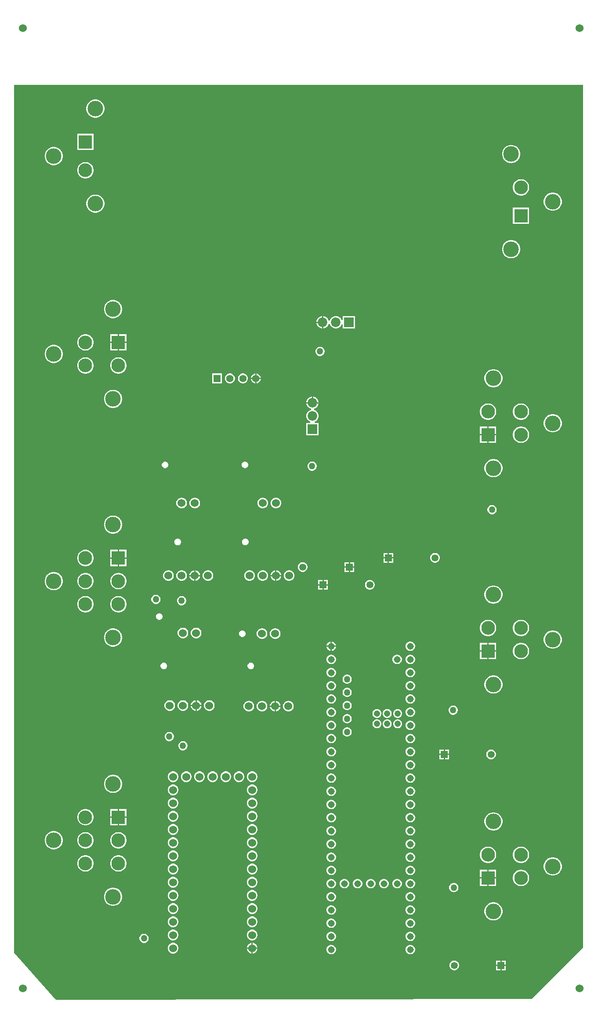
<source format=gbr>
%TF.GenerationSoftware,Altium Limited,Altium Designer,25.2.1 (25)*%
G04 Layer_Physical_Order=2*
G04 Layer_Color=36540*
%FSLAX45Y45*%
%MOMM*%
%TF.SameCoordinates,9B973337-7CBC-4795-9BC3-C09BD17617B4*%
%TF.FilePolarity,Positive*%
%TF.FileFunction,Copper,L2,Inr,Signal*%
%TF.Part,Single*%
G01*
G75*
%TA.AperFunction,ComponentPad*%
%ADD11R,1.35000X1.35000*%
%ADD12C,1.35000*%
%TA.AperFunction,ViaPad*%
%ADD13C,1.52400*%
%TA.AperFunction,ComponentPad*%
%ADD14R,1.40000X1.40000*%
%ADD15C,1.40000*%
%ADD16R,1.85000X1.85000*%
%ADD17C,1.85000*%
%ADD18C,2.99000*%
%ADD19C,2.64000*%
%ADD20R,2.64000X2.64000*%
%ADD23C,1.30800*%
%ADD24C,1.25800*%
%ADD25C,1.20800*%
%ADD26R,1.85000X1.85000*%
%TA.AperFunction,ViaPad*%
%ADD27C,1.27000*%
%TA.AperFunction,ComponentPad*%
%ADD28C,1.53000*%
%ADD29C,1.52400*%
G36*
X13970000Y3454400D02*
X12979401Y2463800D01*
X3810000Y2451100D01*
X3009900Y3352800D01*
Y3378200D01*
Y20066000D01*
X13970000D01*
Y3454400D01*
D02*
G37*
%LPC*%
G36*
X4589126Y19784801D02*
X4554674D01*
X4520884Y19778079D01*
X4489054Y19764894D01*
X4460408Y19745753D01*
X4436046Y19721391D01*
X4416906Y19692746D01*
X4403721Y19660916D01*
X4397000Y19627126D01*
Y19592674D01*
X4403721Y19558884D01*
X4416906Y19527054D01*
X4436046Y19498409D01*
X4460408Y19474046D01*
X4489054Y19454906D01*
X4520884Y19441722D01*
X4554674Y19435001D01*
X4589126D01*
X4622916Y19441722D01*
X4654746Y19454906D01*
X4683392Y19474046D01*
X4707754Y19498409D01*
X4726894Y19527054D01*
X4740078Y19558884D01*
X4746800Y19592674D01*
Y19627126D01*
X4740078Y19660916D01*
X4726894Y19692746D01*
X4707754Y19721391D01*
X4683392Y19745753D01*
X4654746Y19764894D01*
X4622916Y19778079D01*
X4589126Y19784801D01*
D02*
G37*
G36*
X4539300Y19124800D02*
X4224500D01*
Y18810001D01*
X4539300D01*
Y19124800D01*
D02*
G37*
G36*
X12603026Y18908501D02*
X12568574D01*
X12534784Y18901779D01*
X12502954Y18888594D01*
X12474308Y18869453D01*
X12449946Y18845091D01*
X12430806Y18816446D01*
X12417622Y18784616D01*
X12410900Y18750826D01*
Y18716374D01*
X12417622Y18682584D01*
X12430806Y18650754D01*
X12449946Y18622108D01*
X12474308Y18597746D01*
X12502954Y18578606D01*
X12534784Y18565422D01*
X12568574Y18558701D01*
X12603026D01*
X12636816Y18565422D01*
X12668646Y18578606D01*
X12697292Y18597746D01*
X12721654Y18622108D01*
X12740794Y18650754D01*
X12753979Y18682584D01*
X12760700Y18716374D01*
Y18750826D01*
X12753979Y18784616D01*
X12740794Y18816446D01*
X12721654Y18845091D01*
X12697292Y18869453D01*
X12668646Y18888594D01*
X12636816Y18901779D01*
X12603026Y18908501D01*
D02*
G37*
G36*
X3789126Y18869299D02*
X3754674D01*
X3720884Y18862578D01*
X3689054Y18849394D01*
X3660408Y18830254D01*
X3636046Y18805891D01*
X3616906Y18777246D01*
X3603722Y18745416D01*
X3597000Y18711626D01*
Y18677174D01*
X3603722Y18643384D01*
X3616906Y18611554D01*
X3636046Y18582909D01*
X3660408Y18558546D01*
X3689054Y18539406D01*
X3720884Y18526222D01*
X3754674Y18519501D01*
X3789126D01*
X3822916Y18526222D01*
X3854746Y18539406D01*
X3883392Y18558546D01*
X3907754Y18582909D01*
X3926894Y18611554D01*
X3940078Y18643384D01*
X3946800Y18677174D01*
Y18711626D01*
X3940078Y18745416D01*
X3926894Y18777246D01*
X3907754Y18805891D01*
X3883392Y18830254D01*
X3854746Y18849394D01*
X3822916Y18862578D01*
X3789126Y18869299D01*
D02*
G37*
G36*
X4397403Y18578799D02*
X4366397D01*
X4335988Y18572751D01*
X4307343Y18560886D01*
X4281563Y18543660D01*
X4259640Y18521738D01*
X4242414Y18495956D01*
X4230549Y18467313D01*
X4224500Y18436903D01*
Y18405898D01*
X4230549Y18375488D01*
X4242414Y18346843D01*
X4259640Y18321063D01*
X4281563Y18299139D01*
X4307343Y18281914D01*
X4335988Y18270049D01*
X4366397Y18264000D01*
X4397403D01*
X4427812Y18270049D01*
X4456457Y18281914D01*
X4482237Y18299139D01*
X4504160Y18321063D01*
X4521386Y18346843D01*
X4533251Y18375488D01*
X4539300Y18405898D01*
Y18436903D01*
X4533251Y18467313D01*
X4521386Y18495956D01*
X4504160Y18521738D01*
X4482237Y18543660D01*
X4456457Y18560886D01*
X4427812Y18572751D01*
X4397403Y18578799D01*
D02*
G37*
G36*
X12791303Y18248500D02*
X12760297D01*
X12729888Y18242451D01*
X12701243Y18230586D01*
X12675463Y18213361D01*
X12653540Y18191437D01*
X12636314Y18165657D01*
X12624449Y18137012D01*
X12618400Y18106602D01*
Y18075597D01*
X12624449Y18045187D01*
X12636314Y18016544D01*
X12653540Y17990762D01*
X12675463Y17968840D01*
X12701243Y17951614D01*
X12729888Y17939749D01*
X12760297Y17933701D01*
X12791303D01*
X12821712Y17939749D01*
X12850357Y17951614D01*
X12876137Y17968840D01*
X12898061Y17990762D01*
X12915286Y18016544D01*
X12927151Y18045187D01*
X12933200Y18075597D01*
Y18106602D01*
X12927151Y18137012D01*
X12915286Y18165657D01*
X12898061Y18191437D01*
X12876137Y18213361D01*
X12850357Y18230586D01*
X12821712Y18242451D01*
X12791303Y18248500D01*
D02*
G37*
G36*
X13403026Y17992999D02*
X13368575D01*
X13334784Y17986278D01*
X13302954Y17973094D01*
X13274307Y17953954D01*
X13249947Y17929591D01*
X13230806Y17900946D01*
X13217622Y17869116D01*
X13210899Y17835326D01*
Y17800874D01*
X13217622Y17767084D01*
X13230806Y17735254D01*
X13249947Y17706609D01*
X13274307Y17682246D01*
X13302954Y17663106D01*
X13334784Y17649922D01*
X13368575Y17643201D01*
X13403026D01*
X13436816Y17649922D01*
X13468646Y17663106D01*
X13497292Y17682246D01*
X13521654Y17706609D01*
X13540794Y17735254D01*
X13553978Y17767084D01*
X13560699Y17800874D01*
Y17835326D01*
X13553978Y17869116D01*
X13540794Y17900946D01*
X13521654Y17929591D01*
X13497292Y17953954D01*
X13468646Y17973094D01*
X13436816Y17986278D01*
X13403026Y17992999D01*
D02*
G37*
G36*
X4589126Y17953799D02*
X4554674D01*
X4520884Y17947078D01*
X4489054Y17933894D01*
X4460408Y17914754D01*
X4436046Y17890392D01*
X4416906Y17861746D01*
X4403721Y17829916D01*
X4397000Y17796126D01*
Y17761674D01*
X4403721Y17727884D01*
X4416906Y17696054D01*
X4436046Y17667409D01*
X4460408Y17643047D01*
X4489054Y17623906D01*
X4520884Y17610721D01*
X4554674Y17603999D01*
X4589126D01*
X4622916Y17610721D01*
X4654746Y17623906D01*
X4683392Y17643047D01*
X4707754Y17667409D01*
X4726894Y17696054D01*
X4740078Y17727884D01*
X4746800Y17761674D01*
Y17796126D01*
X4740078Y17829916D01*
X4726894Y17861746D01*
X4707754Y17890392D01*
X4683392Y17914754D01*
X4654746Y17933894D01*
X4622916Y17947078D01*
X4589126Y17953799D01*
D02*
G37*
G36*
X12933200Y17702499D02*
X12618400D01*
Y17387700D01*
X12933200D01*
Y17702499D01*
D02*
G37*
G36*
X12603026Y17077499D02*
X12568574D01*
X12534784Y17070778D01*
X12502954Y17057594D01*
X12474308Y17038454D01*
X12449946Y17014091D01*
X12430806Y16985446D01*
X12417622Y16953616D01*
X12410900Y16919826D01*
Y16885374D01*
X12417622Y16851584D01*
X12430806Y16819754D01*
X12449946Y16791109D01*
X12474308Y16766747D01*
X12502954Y16747606D01*
X12534784Y16734421D01*
X12568574Y16727699D01*
X12603026D01*
X12636816Y16734421D01*
X12668646Y16747606D01*
X12697292Y16766747D01*
X12721654Y16791109D01*
X12740794Y16819754D01*
X12753979Y16851584D01*
X12760700Y16885374D01*
Y16919826D01*
X12753979Y16953616D01*
X12740794Y16985446D01*
X12721654Y17014091D01*
X12697292Y17038454D01*
X12668646Y17057594D01*
X12636816Y17070778D01*
X12603026Y17077499D01*
D02*
G37*
G36*
X4932126Y15924300D02*
X4897674D01*
X4863884Y15917580D01*
X4832054Y15904395D01*
X4803408Y15885254D01*
X4779046Y15860892D01*
X4759906Y15832246D01*
X4746722Y15800417D01*
X4740000Y15766626D01*
Y15732175D01*
X4746722Y15698384D01*
X4759906Y15666554D01*
X4779046Y15637907D01*
X4803408Y15613547D01*
X4832054Y15594406D01*
X4863884Y15581223D01*
X4897674Y15574500D01*
X4932126D01*
X4965916Y15581223D01*
X4997746Y15594406D01*
X5026392Y15613547D01*
X5050754Y15637907D01*
X5069894Y15666554D01*
X5083078Y15698384D01*
X5089800Y15732175D01*
Y15766626D01*
X5083078Y15800417D01*
X5069894Y15832246D01*
X5050754Y15860892D01*
X5026392Y15885254D01*
X4997746Y15904395D01*
X4965916Y15917580D01*
X4932126Y15924300D01*
D02*
G37*
G36*
X9579400Y15611900D02*
X9343600D01*
Y15539735D01*
X9318200Y15536392D01*
X9317365Y15539508D01*
X9301843Y15566393D01*
X9279892Y15588342D01*
X9253008Y15603865D01*
X9223022Y15611900D01*
X9191978D01*
X9161992Y15603865D01*
X9135108Y15588342D01*
X9113157Y15566393D01*
X9097635Y15539508D01*
X9093648Y15524629D01*
X9067352D01*
X9063365Y15539508D01*
X9047843Y15566393D01*
X9025892Y15588342D01*
X8999008Y15603865D01*
X8969022Y15611900D01*
X8966200D01*
Y15494000D01*
Y15376100D01*
X8969022D01*
X8999008Y15384135D01*
X9025892Y15399657D01*
X9047843Y15421608D01*
X9063365Y15448492D01*
X9067352Y15463371D01*
X9093648D01*
X9097635Y15448492D01*
X9113157Y15421608D01*
X9135108Y15399657D01*
X9161992Y15384135D01*
X9191978Y15376100D01*
X9223022D01*
X9253008Y15384135D01*
X9279892Y15399657D01*
X9301843Y15421608D01*
X9317365Y15448492D01*
X9318200Y15451608D01*
X9343600Y15448264D01*
Y15376100D01*
X9579400D01*
Y15611900D01*
D02*
G37*
G36*
X8940800D02*
X8937978D01*
X8907992Y15603865D01*
X8881108Y15588342D01*
X8859157Y15566393D01*
X8843635Y15539508D01*
X8835600Y15509521D01*
Y15506700D01*
X8940800D01*
Y15611900D01*
D02*
G37*
G36*
Y15481300D02*
X8835600D01*
Y15478477D01*
X8843635Y15448492D01*
X8859157Y15421608D01*
X8881108Y15399657D01*
X8907992Y15384135D01*
X8937978Y15376100D01*
X8940800D01*
Y15481300D01*
D02*
G37*
G36*
X5174300Y15264301D02*
X5029600D01*
Y15119600D01*
X5174300D01*
Y15264301D01*
D02*
G37*
G36*
X5004200D02*
X4859500D01*
Y15119600D01*
X5004200D01*
Y15264301D01*
D02*
G37*
G36*
X5174300Y15094200D02*
X5029600D01*
Y14949500D01*
X5174300D01*
Y15094200D01*
D02*
G37*
G36*
X5004200D02*
X4859500D01*
Y14949500D01*
X5004200D01*
Y15094200D01*
D02*
G37*
G36*
X4397403Y15264301D02*
X4366397D01*
X4335988Y15258250D01*
X4307343Y15246387D01*
X4281563Y15229160D01*
X4259640Y15207237D01*
X4242414Y15181458D01*
X4230549Y15152812D01*
X4224500Y15122403D01*
Y15091397D01*
X4230549Y15060988D01*
X4242414Y15032343D01*
X4259640Y15006563D01*
X4281563Y14984641D01*
X4307343Y14967413D01*
X4335988Y14955550D01*
X4366397Y14949500D01*
X4397403D01*
X4427812Y14955550D01*
X4456457Y14967413D01*
X4482237Y14984641D01*
X4504160Y15006563D01*
X4521386Y15032343D01*
X4533251Y15060988D01*
X4539300Y15091397D01*
Y15122403D01*
X4533251Y15152812D01*
X4521386Y15181458D01*
X4504160Y15207237D01*
X4482237Y15229160D01*
X4456457Y15246387D01*
X4427812Y15258250D01*
X4397403Y15264301D01*
D02*
G37*
G36*
X8914404Y15024100D02*
X8890996D01*
X8868386Y15018042D01*
X8848114Y15006339D01*
X8831562Y14989786D01*
X8819858Y14969514D01*
X8813800Y14946904D01*
Y14923495D01*
X8819858Y14900887D01*
X8831562Y14880614D01*
X8848114Y14864062D01*
X8868386Y14852357D01*
X8890996Y14846300D01*
X8914404D01*
X8937014Y14852357D01*
X8957286Y14864062D01*
X8973838Y14880614D01*
X8985542Y14900887D01*
X8991600Y14923495D01*
Y14946904D01*
X8985542Y14969514D01*
X8973838Y14989786D01*
X8957286Y15006339D01*
X8937014Y15018042D01*
X8914404Y15024100D01*
D02*
G37*
G36*
X3789126Y15059300D02*
X3754674D01*
X3720884Y15052579D01*
X3689054Y15039394D01*
X3660408Y15020255D01*
X3636046Y14995892D01*
X3616906Y14967245D01*
X3603722Y14935416D01*
X3597000Y14901627D01*
Y14867174D01*
X3603722Y14833385D01*
X3616906Y14801553D01*
X3636046Y14772908D01*
X3660408Y14748546D01*
X3689054Y14729407D01*
X3720884Y14716222D01*
X3754674Y14709500D01*
X3789126D01*
X3822916Y14716222D01*
X3854746Y14729407D01*
X3883392Y14748546D01*
X3907754Y14772908D01*
X3926894Y14801553D01*
X3940078Y14833385D01*
X3946800Y14867174D01*
Y14901627D01*
X3940078Y14935416D01*
X3926894Y14967245D01*
X3907754Y14995892D01*
X3883392Y15020255D01*
X3854746Y15039394D01*
X3822916Y15052579D01*
X3789126Y15059300D01*
D02*
G37*
G36*
X5032403Y14819299D02*
X5001397D01*
X4970988Y14813251D01*
X4942343Y14801385D01*
X4916563Y14784160D01*
X4894640Y14762238D01*
X4877414Y14736456D01*
X4865549Y14707812D01*
X4859500Y14677403D01*
Y14646397D01*
X4865549Y14615988D01*
X4877414Y14587343D01*
X4894640Y14561563D01*
X4916563Y14539639D01*
X4942343Y14522414D01*
X4970988Y14510548D01*
X5001397Y14504500D01*
X5032403D01*
X5062812Y14510548D01*
X5091457Y14522414D01*
X5117237Y14539639D01*
X5139160Y14561563D01*
X5156386Y14587343D01*
X5168251Y14615988D01*
X5174300Y14646397D01*
Y14677403D01*
X5168251Y14707812D01*
X5156386Y14736456D01*
X5139160Y14762238D01*
X5117237Y14784160D01*
X5091457Y14801385D01*
X5062812Y14813251D01*
X5032403Y14819299D01*
D02*
G37*
G36*
X4397403D02*
X4366397D01*
X4335988Y14813251D01*
X4307343Y14801385D01*
X4281563Y14784160D01*
X4259640Y14762238D01*
X4242414Y14736456D01*
X4230549Y14707812D01*
X4224500Y14677403D01*
Y14646397D01*
X4230549Y14615988D01*
X4242414Y14587343D01*
X4259640Y14561563D01*
X4281563Y14539639D01*
X4307343Y14522414D01*
X4335988Y14510548D01*
X4366397Y14504500D01*
X4397403D01*
X4427812Y14510548D01*
X4456457Y14522414D01*
X4482237Y14539639D01*
X4504160Y14561563D01*
X4521386Y14587343D01*
X4533251Y14615988D01*
X4539300Y14646397D01*
Y14677403D01*
X4533251Y14707812D01*
X4521386Y14736456D01*
X4504160Y14762238D01*
X4482237Y14784160D01*
X4456457Y14801385D01*
X4427812Y14813251D01*
X4397403Y14819299D01*
D02*
G37*
G36*
X7679500Y14509862D02*
Y14427200D01*
X7762162D01*
X7755698Y14451323D01*
X7743139Y14473077D01*
X7725377Y14490839D01*
X7703623Y14503398D01*
X7679500Y14509862D01*
D02*
G37*
G36*
X7654100D02*
X7629977Y14503398D01*
X7608223Y14490839D01*
X7590461Y14473077D01*
X7577902Y14451323D01*
X7571438Y14427200D01*
X7654100D01*
Y14509862D01*
D02*
G37*
G36*
X7762162Y14401801D02*
X7679500D01*
Y14319138D01*
X7703623Y14325603D01*
X7725377Y14338161D01*
X7743139Y14355923D01*
X7755698Y14377676D01*
X7762162Y14401801D01*
D02*
G37*
G36*
X7654100D02*
X7571438D01*
X7577902Y14377676D01*
X7590461Y14355923D01*
X7608223Y14338161D01*
X7629977Y14325603D01*
X7654100Y14319138D01*
Y14401801D01*
D02*
G37*
G36*
X7429360Y14509900D02*
X7404240D01*
X7379977Y14503398D01*
X7358223Y14490839D01*
X7340461Y14473077D01*
X7327902Y14451323D01*
X7321400Y14427060D01*
Y14401939D01*
X7327902Y14377676D01*
X7340461Y14355923D01*
X7358223Y14338161D01*
X7379977Y14325603D01*
X7404240Y14319099D01*
X7429360D01*
X7453623Y14325603D01*
X7475377Y14338161D01*
X7493139Y14355923D01*
X7505698Y14377676D01*
X7512200Y14401939D01*
Y14427060D01*
X7505698Y14451323D01*
X7493139Y14473077D01*
X7475377Y14490839D01*
X7453623Y14503398D01*
X7429360Y14509900D01*
D02*
G37*
G36*
X7179360D02*
X7154240D01*
X7129977Y14503398D01*
X7108223Y14490839D01*
X7090461Y14473077D01*
X7077902Y14451323D01*
X7071400Y14427060D01*
Y14401939D01*
X7077902Y14377676D01*
X7090461Y14355923D01*
X7108223Y14338161D01*
X7129977Y14325603D01*
X7154240Y14319099D01*
X7179360D01*
X7203623Y14325603D01*
X7225377Y14338161D01*
X7243139Y14355923D01*
X7255698Y14377676D01*
X7262200Y14401939D01*
Y14427060D01*
X7255698Y14451323D01*
X7243139Y14473077D01*
X7225377Y14490839D01*
X7203623Y14503398D01*
X7179360Y14509900D01*
D02*
G37*
G36*
X7012200D02*
X6821400D01*
Y14319099D01*
X7012200D01*
Y14509900D01*
D02*
G37*
G36*
X12260026Y14590800D02*
X12225574D01*
X12191784Y14584079D01*
X12159954Y14570894D01*
X12131308Y14551755D01*
X12106946Y14527393D01*
X12087806Y14498746D01*
X12074622Y14466916D01*
X12067900Y14433125D01*
Y14398674D01*
X12074622Y14364883D01*
X12087806Y14333054D01*
X12106946Y14304408D01*
X12131308Y14280046D01*
X12159954Y14260905D01*
X12191784Y14247722D01*
X12225574Y14241000D01*
X12260026D01*
X12293816Y14247722D01*
X12325646Y14260905D01*
X12354292Y14280046D01*
X12378654Y14304408D01*
X12397794Y14333054D01*
X12410978Y14364883D01*
X12417700Y14398674D01*
Y14433125D01*
X12410978Y14466916D01*
X12397794Y14498746D01*
X12378654Y14527393D01*
X12354292Y14551755D01*
X12325646Y14570894D01*
X12293816Y14584079D01*
X12260026Y14590800D01*
D02*
G37*
G36*
X8772822Y14062500D02*
X8770000D01*
Y13957300D01*
X8875200D01*
Y13960123D01*
X8867165Y13990108D01*
X8851643Y14016992D01*
X8829692Y14038943D01*
X8802808Y14054465D01*
X8772822Y14062500D01*
D02*
G37*
G36*
X8744600D02*
X8741778D01*
X8711792Y14054465D01*
X8684908Y14038943D01*
X8662957Y14016992D01*
X8647435Y13990108D01*
X8639400Y13960123D01*
Y13957300D01*
X8744600D01*
Y14062500D01*
D02*
G37*
G36*
X4932126Y14194299D02*
X4897674D01*
X4863884Y14187578D01*
X4832054Y14174394D01*
X4803408Y14155254D01*
X4779046Y14130891D01*
X4759906Y14102246D01*
X4746722Y14070416D01*
X4740000Y14036626D01*
Y14002174D01*
X4746722Y13968384D01*
X4759906Y13936554D01*
X4779046Y13907909D01*
X4803408Y13883546D01*
X4832054Y13864406D01*
X4863884Y13851221D01*
X4897674Y13844501D01*
X4932126D01*
X4965916Y13851221D01*
X4997746Y13864406D01*
X5026392Y13883546D01*
X5050754Y13907909D01*
X5069894Y13936554D01*
X5083078Y13968384D01*
X5089800Y14002174D01*
Y14036626D01*
X5083078Y14070416D01*
X5069894Y14102246D01*
X5050754Y14130891D01*
X5026392Y14155254D01*
X4997746Y14174394D01*
X4965916Y14187578D01*
X4932126Y14194299D01*
D02*
G37*
G36*
X12791303Y13930800D02*
X12760297D01*
X12729888Y13924751D01*
X12701243Y13912886D01*
X12675463Y13895660D01*
X12653540Y13873737D01*
X12636314Y13847957D01*
X12624449Y13819312D01*
X12618400Y13788902D01*
Y13757896D01*
X12624449Y13727489D01*
X12636314Y13698843D01*
X12653540Y13673064D01*
X12675463Y13651140D01*
X12701243Y13633914D01*
X12729888Y13622049D01*
X12760297Y13616000D01*
X12791303D01*
X12821712Y13622049D01*
X12850357Y13633914D01*
X12876137Y13651140D01*
X12898061Y13673064D01*
X12915286Y13698843D01*
X12927151Y13727489D01*
X12933200Y13757896D01*
Y13788902D01*
X12927151Y13819312D01*
X12915286Y13847957D01*
X12898061Y13873737D01*
X12876137Y13895660D01*
X12850357Y13912886D01*
X12821712Y13924751D01*
X12791303Y13930800D01*
D02*
G37*
G36*
X12156303D02*
X12125297D01*
X12094888Y13924751D01*
X12066243Y13912886D01*
X12040463Y13895660D01*
X12018540Y13873737D01*
X12001314Y13847957D01*
X11989449Y13819312D01*
X11983400Y13788902D01*
Y13757896D01*
X11989449Y13727489D01*
X12001314Y13698843D01*
X12018540Y13673064D01*
X12040463Y13651140D01*
X12066243Y13633914D01*
X12094888Y13622049D01*
X12125297Y13616000D01*
X12156303D01*
X12186712Y13622049D01*
X12215357Y13633914D01*
X12241137Y13651140D01*
X12263060Y13673064D01*
X12280286Y13698843D01*
X12292151Y13727489D01*
X12298200Y13757896D01*
Y13788902D01*
X12292151Y13819312D01*
X12280286Y13847957D01*
X12263060Y13873737D01*
X12241137Y13895660D01*
X12215357Y13912886D01*
X12186712Y13924751D01*
X12156303Y13930800D01*
D02*
G37*
G36*
X13403026Y13725800D02*
X13368575D01*
X13334784Y13719078D01*
X13302954Y13705894D01*
X13274307Y13686754D01*
X13249947Y13662392D01*
X13230806Y13633746D01*
X13217622Y13601917D01*
X13210899Y13568126D01*
Y13533675D01*
X13217622Y13499884D01*
X13230806Y13468054D01*
X13249947Y13439407D01*
X13274307Y13415047D01*
X13302954Y13395906D01*
X13334784Y13382722D01*
X13368575Y13375999D01*
X13403026D01*
X13436816Y13382722D01*
X13468646Y13395906D01*
X13497292Y13415047D01*
X13521654Y13439407D01*
X13540794Y13468054D01*
X13553978Y13499884D01*
X13560699Y13533675D01*
Y13568126D01*
X13553978Y13601917D01*
X13540794Y13633746D01*
X13521654Y13662392D01*
X13497292Y13686754D01*
X13468646Y13705894D01*
X13436816Y13719078D01*
X13403026Y13725800D01*
D02*
G37*
G36*
X12298200Y13485800D02*
X12153499D01*
Y13341100D01*
X12298200D01*
Y13485800D01*
D02*
G37*
G36*
X12128099D02*
X11983400D01*
Y13341100D01*
X12128099D01*
Y13485800D01*
D02*
G37*
G36*
X12140799Y13328400D02*
D01*
D01*
D01*
D02*
G37*
G36*
X8875200Y13931900D02*
X8757300D01*
X8639400D01*
Y13929079D01*
X8647435Y13899092D01*
X8662957Y13872208D01*
X8684908Y13850256D01*
X8711792Y13834735D01*
X8726671Y13830748D01*
Y13804453D01*
X8711792Y13800465D01*
X8684908Y13784943D01*
X8662957Y13762991D01*
X8647435Y13736108D01*
X8639400Y13706122D01*
Y13675078D01*
X8647435Y13645091D01*
X8662957Y13618208D01*
X8684908Y13596257D01*
X8711792Y13580734D01*
X8714908Y13579900D01*
X8711564Y13554500D01*
X8639400D01*
Y13318700D01*
X8875200D01*
Y13554500D01*
X8803036D01*
X8799692Y13579900D01*
X8802808Y13580734D01*
X8829692Y13596257D01*
X8851643Y13618208D01*
X8867165Y13645091D01*
X8875200Y13675078D01*
Y13706122D01*
X8867165Y13736108D01*
X8851643Y13762991D01*
X8829692Y13784943D01*
X8802808Y13800465D01*
X8787929Y13804453D01*
Y13830748D01*
X8802808Y13834735D01*
X8829692Y13850256D01*
X8851643Y13872208D01*
X8867165Y13899092D01*
X8875200Y13929079D01*
Y13931900D01*
D02*
G37*
G36*
X12791303Y13485800D02*
X12760297D01*
X12729888Y13479752D01*
X12701243Y13467886D01*
X12675463Y13450661D01*
X12653540Y13428737D01*
X12636314Y13402957D01*
X12624449Y13374312D01*
X12618400Y13343903D01*
Y13312897D01*
X12624449Y13282487D01*
X12636314Y13253844D01*
X12653540Y13228062D01*
X12675463Y13206140D01*
X12701243Y13188914D01*
X12729888Y13177049D01*
X12760297Y13171001D01*
X12791303D01*
X12821712Y13177049D01*
X12850357Y13188914D01*
X12876137Y13206140D01*
X12898061Y13228062D01*
X12915286Y13253844D01*
X12927151Y13282487D01*
X12933200Y13312897D01*
Y13343903D01*
X12927151Y13374312D01*
X12915286Y13402957D01*
X12898061Y13428737D01*
X12876137Y13450661D01*
X12850357Y13467886D01*
X12821712Y13479752D01*
X12791303Y13485800D01*
D02*
G37*
G36*
X12298200Y13315700D02*
X12153499D01*
Y13171001D01*
X12298200D01*
Y13315700D01*
D02*
G37*
G36*
X12128099D02*
X11983400D01*
Y13171001D01*
X12128099D01*
Y13315700D01*
D02*
G37*
G36*
X7467531Y12814301D02*
X7442269D01*
X7418930Y12804633D01*
X7401067Y12786770D01*
X7391400Y12763431D01*
Y12738169D01*
X7401067Y12714830D01*
X7418930Y12696967D01*
X7442269Y12687300D01*
X7467531D01*
X7490870Y12696967D01*
X7508733Y12714830D01*
X7518400Y12738169D01*
Y12763431D01*
X7508733Y12786770D01*
X7490870Y12804633D01*
X7467531Y12814301D01*
D02*
G37*
G36*
X5930831D02*
X5905569D01*
X5882230Y12804633D01*
X5864367Y12786770D01*
X5854700Y12763431D01*
Y12738169D01*
X5864367Y12714830D01*
X5882230Y12696967D01*
X5905569Y12687300D01*
X5930831D01*
X5954170Y12696967D01*
X5972033Y12714830D01*
X5981700Y12738169D01*
Y12763431D01*
X5972033Y12786770D01*
X5954170Y12804633D01*
X5930831Y12814301D01*
D02*
G37*
G36*
X8762004D02*
X8738596D01*
X8715986Y12808241D01*
X8695714Y12796538D01*
X8679162Y12779986D01*
X8667458Y12759714D01*
X8661400Y12737104D01*
Y12713696D01*
X8667458Y12691086D01*
X8679162Y12670814D01*
X8695714Y12654262D01*
X8715986Y12642558D01*
X8738596Y12636500D01*
X8762004D01*
X8784614Y12642558D01*
X8804886Y12654262D01*
X8821438Y12670814D01*
X8833142Y12691086D01*
X8839200Y12713696D01*
Y12737104D01*
X8833142Y12759714D01*
X8821438Y12779986D01*
X8804886Y12796538D01*
X8784614Y12808241D01*
X8762004Y12814301D01*
D02*
G37*
G36*
X12260026Y12860800D02*
X12225574D01*
X12191784Y12854079D01*
X12159954Y12840894D01*
X12131308Y12821754D01*
X12106946Y12797392D01*
X12087806Y12768746D01*
X12074622Y12736916D01*
X12067900Y12703126D01*
Y12668674D01*
X12074622Y12634884D01*
X12087806Y12603054D01*
X12106946Y12574408D01*
X12131308Y12550046D01*
X12159954Y12530906D01*
X12191784Y12517721D01*
X12225574Y12511000D01*
X12260026D01*
X12293816Y12517721D01*
X12325646Y12530906D01*
X12354292Y12550046D01*
X12378654Y12574408D01*
X12397794Y12603054D01*
X12410978Y12634884D01*
X12417700Y12668674D01*
Y12703126D01*
X12410978Y12736916D01*
X12397794Y12768746D01*
X12378654Y12797392D01*
X12354292Y12821754D01*
X12325646Y12840894D01*
X12293816Y12854079D01*
X12260026Y12860800D01*
D02*
G37*
G36*
X8065176Y12115800D02*
X8038424D01*
X8012584Y12108876D01*
X7989416Y12095500D01*
X7970500Y12076584D01*
X7957124Y12053416D01*
X7950200Y12027576D01*
Y12000824D01*
X7957124Y11974984D01*
X7970500Y11951816D01*
X7989416Y11932900D01*
X8012584Y11919524D01*
X8038424Y11912600D01*
X8065176D01*
X8091016Y11919524D01*
X8114184Y11932900D01*
X8133100Y11951816D01*
X8146476Y11974984D01*
X8153400Y12000824D01*
Y12027576D01*
X8146476Y12053416D01*
X8133100Y12076584D01*
X8114184Y12095500D01*
X8091016Y12108876D01*
X8065176Y12115800D01*
D02*
G37*
G36*
X7811176D02*
X7784424D01*
X7758584Y12108876D01*
X7735416Y12095500D01*
X7716500Y12076584D01*
X7703124Y12053416D01*
X7696200Y12027576D01*
Y12000824D01*
X7703124Y11974984D01*
X7716500Y11951816D01*
X7735416Y11932900D01*
X7758584Y11919524D01*
X7784424Y11912600D01*
X7811176D01*
X7837016Y11919524D01*
X7860184Y11932900D01*
X7879100Y11951816D01*
X7892476Y11974984D01*
X7899400Y12000824D01*
Y12027576D01*
X7892476Y12053416D01*
X7879100Y12076584D01*
X7860184Y12095500D01*
X7837016Y12108876D01*
X7811176Y12115800D01*
D02*
G37*
G36*
X6503076D02*
X6476324D01*
X6450484Y12108876D01*
X6427316Y12095500D01*
X6408400Y12076584D01*
X6395024Y12053416D01*
X6388100Y12027576D01*
Y12000824D01*
X6395024Y11974984D01*
X6408400Y11951816D01*
X6427316Y11932900D01*
X6450484Y11919524D01*
X6476324Y11912600D01*
X6503076D01*
X6528916Y11919524D01*
X6552084Y11932900D01*
X6571000Y11951816D01*
X6584376Y11974984D01*
X6591300Y12000824D01*
Y12027576D01*
X6584376Y12053416D01*
X6571000Y12076584D01*
X6552084Y12095500D01*
X6528916Y12108876D01*
X6503076Y12115800D01*
D02*
G37*
G36*
X6249076D02*
X6222324D01*
X6196484Y12108876D01*
X6173316Y12095500D01*
X6154400Y12076584D01*
X6141024Y12053416D01*
X6134100Y12027576D01*
Y12000824D01*
X6141024Y11974984D01*
X6154400Y11951816D01*
X6173316Y11932900D01*
X6196484Y11919524D01*
X6222324Y11912600D01*
X6249076D01*
X6274916Y11919524D01*
X6298084Y11932900D01*
X6317000Y11951816D01*
X6330376Y11974984D01*
X6337300Y12000824D01*
Y12027576D01*
X6330376Y12053416D01*
X6317000Y12076584D01*
X6298084Y12095500D01*
X6274916Y12108876D01*
X6249076Y12115800D01*
D02*
G37*
G36*
X12229104Y11976100D02*
X12205696D01*
X12183086Y11970042D01*
X12162814Y11958338D01*
X12146262Y11941786D01*
X12134558Y11921514D01*
X12128500Y11898904D01*
Y11875496D01*
X12134558Y11852886D01*
X12146262Y11832614D01*
X12162814Y11816062D01*
X12183086Y11804358D01*
X12205696Y11798300D01*
X12229104D01*
X12251714Y11804358D01*
X12271986Y11816062D01*
X12288538Y11832614D01*
X12300242Y11852886D01*
X12306300Y11875496D01*
Y11898904D01*
X12300242Y11921514D01*
X12288538Y11941786D01*
X12271986Y11958338D01*
X12251714Y11970042D01*
X12229104Y11976100D01*
D02*
G37*
G36*
X4932126Y11772300D02*
X4897674D01*
X4863884Y11765579D01*
X4832054Y11752395D01*
X4803408Y11733254D01*
X4779046Y11708893D01*
X4759906Y11680246D01*
X4746722Y11648417D01*
X4740000Y11614626D01*
Y11580174D01*
X4746722Y11546384D01*
X4759906Y11514554D01*
X4779046Y11485908D01*
X4803408Y11461547D01*
X4832054Y11442406D01*
X4863884Y11429222D01*
X4897674Y11422500D01*
X4932126D01*
X4965916Y11429222D01*
X4997746Y11442406D01*
X5026392Y11461547D01*
X5050754Y11485908D01*
X5069894Y11514554D01*
X5083078Y11546384D01*
X5089800Y11580174D01*
Y11614626D01*
X5083078Y11648417D01*
X5069894Y11680246D01*
X5050754Y11708893D01*
X5026392Y11733254D01*
X4997746Y11752395D01*
X4965916Y11765579D01*
X4932126Y11772300D01*
D02*
G37*
G36*
X7473881Y11328400D02*
X7448619D01*
X7425280Y11318733D01*
X7407417Y11300870D01*
X7397750Y11277531D01*
Y11252269D01*
X7407417Y11228930D01*
X7425280Y11211067D01*
X7448619Y11201400D01*
X7473881D01*
X7497220Y11211067D01*
X7515083Y11228930D01*
X7524750Y11252269D01*
Y11277531D01*
X7515083Y11300870D01*
X7497220Y11318733D01*
X7473881Y11328400D01*
D02*
G37*
G36*
X6172131D02*
X6146869D01*
X6123530Y11318733D01*
X6105667Y11300870D01*
X6096000Y11277531D01*
Y11252269D01*
X6105667Y11228930D01*
X6123530Y11211067D01*
X6146869Y11201400D01*
X6172131D01*
X6195470Y11211067D01*
X6213333Y11228930D01*
X6223000Y11252269D01*
Y11277531D01*
X6213333Y11300870D01*
X6195470Y11318733D01*
X6172131Y11328400D01*
D02*
G37*
G36*
X10310900Y11053000D02*
X10230700D01*
Y10972800D01*
X10310900D01*
Y11053000D01*
D02*
G37*
G36*
X10205300D02*
X10125100D01*
Y10972800D01*
X10205300D01*
Y11053000D01*
D02*
G37*
G36*
X5174300Y11112800D02*
X5029600D01*
Y10968100D01*
X5174300D01*
Y11112800D01*
D02*
G37*
G36*
X5004200D02*
X4859500D01*
Y10968100D01*
X5004200D01*
Y11112800D01*
D02*
G37*
G36*
X11130231Y11053000D02*
X11105770D01*
X11082142Y11046669D01*
X11060958Y11034438D01*
X11043662Y11017142D01*
X11031431Y10995958D01*
X11025100Y10972331D01*
Y10947869D01*
X11031431Y10924242D01*
X11043662Y10903058D01*
X11060958Y10885762D01*
X11082142Y10873531D01*
X11105770Y10867200D01*
X11130231D01*
X11153858Y10873531D01*
X11175042Y10885762D01*
X11192339Y10903058D01*
X11204569Y10924242D01*
X11210900Y10947869D01*
Y10972331D01*
X11204569Y10995958D01*
X11192339Y11017142D01*
X11175042Y11034438D01*
X11153858Y11046669D01*
X11130231Y11053000D01*
D02*
G37*
G36*
X10310900Y10947400D02*
X10230700D01*
Y10867200D01*
X10310900D01*
Y10947400D01*
D02*
G37*
G36*
X10205300D02*
X10125100D01*
Y10867200D01*
X10205300D01*
Y10947400D01*
D02*
G37*
G36*
X5174300Y10942700D02*
X5029600D01*
Y10798000D01*
X5174300D01*
Y10942700D01*
D02*
G37*
G36*
X5004200D02*
X4859500D01*
Y10798000D01*
X5004200D01*
Y10942700D01*
D02*
G37*
G36*
X4397403Y11112800D02*
X4366397D01*
X4335988Y11106751D01*
X4307343Y11094886D01*
X4281563Y11077661D01*
X4259640Y11055737D01*
X4242414Y11029957D01*
X4230549Y11001312D01*
X4224500Y10970903D01*
Y10939898D01*
X4230549Y10909488D01*
X4242414Y10880843D01*
X4259640Y10855064D01*
X4281563Y10833140D01*
X4307343Y10815914D01*
X4335988Y10804049D01*
X4366397Y10798000D01*
X4397403D01*
X4427812Y10804049D01*
X4456457Y10815914D01*
X4482237Y10833140D01*
X4504160Y10855064D01*
X4521386Y10880843D01*
X4533251Y10909488D01*
X4539300Y10939898D01*
Y10970903D01*
X4533251Y11001312D01*
X4521386Y11029957D01*
X4504160Y11055737D01*
X4482237Y11077661D01*
X4456457Y11094886D01*
X4427812Y11106751D01*
X4397403Y11112800D01*
D02*
G37*
G36*
X9559900Y10875200D02*
X9479701D01*
Y10795000D01*
X9559900D01*
Y10875200D01*
D02*
G37*
G36*
X9454301D02*
X9374100D01*
Y10795000D01*
X9454301D01*
Y10875200D01*
D02*
G37*
G36*
X9559900Y10769600D02*
X9479701D01*
Y10689400D01*
X9559900D01*
Y10769600D01*
D02*
G37*
G36*
X9454301D02*
X9374100D01*
Y10689400D01*
X9454301D01*
Y10769600D01*
D02*
G37*
G36*
X8579230Y10875200D02*
X8554769D01*
X8531142Y10868869D01*
X8509958Y10856638D01*
X8492661Y10839342D01*
X8480431Y10818158D01*
X8474100Y10794531D01*
Y10770069D01*
X8480431Y10746442D01*
X8492661Y10725258D01*
X8509958Y10707962D01*
X8531142Y10695731D01*
X8554769Y10689400D01*
X8579230D01*
X8602858Y10695731D01*
X8624042Y10707962D01*
X8641338Y10725258D01*
X8653569Y10746442D01*
X8659900Y10770069D01*
Y10794531D01*
X8653569Y10818158D01*
X8641338Y10839342D01*
X8624042Y10856638D01*
X8602858Y10868869D01*
X8579230Y10875200D01*
D02*
G37*
G36*
X8065176Y10718800D02*
X8064500D01*
Y10629900D01*
X8153400D01*
Y10630576D01*
X8146476Y10656416D01*
X8133100Y10679584D01*
X8114184Y10698500D01*
X8091016Y10711876D01*
X8065176Y10718800D01*
D02*
G37*
G36*
X6503076D02*
X6502400D01*
Y10629900D01*
X6591300D01*
Y10630576D01*
X6584376Y10656416D01*
X6571000Y10679584D01*
X6552084Y10698500D01*
X6528916Y10711876D01*
X6503076Y10718800D01*
D02*
G37*
G36*
X6477000D02*
X6476324D01*
X6450484Y10711876D01*
X6427316Y10698500D01*
X6408400Y10679584D01*
X6395024Y10656416D01*
X6388100Y10630576D01*
Y10629900D01*
X6477000D01*
Y10718800D01*
D02*
G37*
G36*
X8039100D02*
X8038424D01*
X8012584Y10711876D01*
X7989416Y10698500D01*
X7970500Y10679584D01*
X7957124Y10656416D01*
X7950200Y10630576D01*
Y10629900D01*
X8039100D01*
Y10718800D01*
D02*
G37*
G36*
X8319176D02*
X8292424D01*
X8266584Y10711876D01*
X8243416Y10698500D01*
X8224500Y10679584D01*
X8211124Y10656416D01*
X8204200Y10630576D01*
Y10603824D01*
X8211124Y10577984D01*
X8224500Y10554816D01*
X8243416Y10535900D01*
X8266584Y10522524D01*
X8292424Y10515600D01*
X8319176D01*
X8345016Y10522524D01*
X8368184Y10535900D01*
X8387100Y10554816D01*
X8400476Y10577984D01*
X8407400Y10603824D01*
Y10630576D01*
X8400476Y10656416D01*
X8387100Y10679584D01*
X8368184Y10698500D01*
X8345016Y10711876D01*
X8319176Y10718800D01*
D02*
G37*
G36*
X8153400Y10604500D02*
X8064500D01*
Y10515600D01*
X8065176D01*
X8091016Y10522524D01*
X8114184Y10535900D01*
X8133100Y10554816D01*
X8146476Y10577984D01*
X8153400Y10603824D01*
Y10604500D01*
D02*
G37*
G36*
X8039100D02*
X7950200D01*
Y10603824D01*
X7957124Y10577984D01*
X7970500Y10554816D01*
X7989416Y10535900D01*
X8012584Y10522524D01*
X8038424Y10515600D01*
X8039100D01*
Y10604500D01*
D02*
G37*
G36*
X7811176Y10718800D02*
X7784424D01*
X7758584Y10711876D01*
X7735416Y10698500D01*
X7716500Y10679584D01*
X7703124Y10656416D01*
X7696200Y10630576D01*
Y10603824D01*
X7703124Y10577984D01*
X7716500Y10554816D01*
X7735416Y10535900D01*
X7758584Y10522524D01*
X7784424Y10515600D01*
X7811176D01*
X7837016Y10522524D01*
X7860184Y10535900D01*
X7879100Y10554816D01*
X7892476Y10577984D01*
X7899400Y10603824D01*
Y10630576D01*
X7892476Y10656416D01*
X7879100Y10679584D01*
X7860184Y10698500D01*
X7837016Y10711876D01*
X7811176Y10718800D01*
D02*
G37*
G36*
X7557176D02*
X7530424D01*
X7504584Y10711876D01*
X7481416Y10698500D01*
X7462500Y10679584D01*
X7449124Y10656416D01*
X7442200Y10630576D01*
Y10603824D01*
X7449124Y10577984D01*
X7462500Y10554816D01*
X7481416Y10535900D01*
X7504584Y10522524D01*
X7530424Y10515600D01*
X7557176D01*
X7583016Y10522524D01*
X7606184Y10535900D01*
X7625100Y10554816D01*
X7638476Y10577984D01*
X7645400Y10603824D01*
Y10630576D01*
X7638476Y10656416D01*
X7625100Y10679584D01*
X7606184Y10698500D01*
X7583016Y10711876D01*
X7557176Y10718800D01*
D02*
G37*
G36*
X6757076D02*
X6730324D01*
X6704484Y10711876D01*
X6681316Y10698500D01*
X6662400Y10679584D01*
X6649024Y10656416D01*
X6642100Y10630576D01*
Y10603824D01*
X6649024Y10577984D01*
X6662400Y10554816D01*
X6681316Y10535900D01*
X6704484Y10522524D01*
X6730324Y10515600D01*
X6757076D01*
X6782916Y10522524D01*
X6806084Y10535900D01*
X6825000Y10554816D01*
X6838376Y10577984D01*
X6845300Y10603824D01*
Y10630576D01*
X6838376Y10656416D01*
X6825000Y10679584D01*
X6806084Y10698500D01*
X6782916Y10711876D01*
X6757076Y10718800D01*
D02*
G37*
G36*
X6591300Y10604500D02*
X6502400D01*
Y10515600D01*
X6503076D01*
X6528916Y10522524D01*
X6552084Y10535900D01*
X6571000Y10554816D01*
X6584376Y10577984D01*
X6591300Y10603824D01*
Y10604500D01*
D02*
G37*
G36*
X6477000D02*
X6388100D01*
Y10603824D01*
X6395024Y10577984D01*
X6408400Y10554816D01*
X6427316Y10535900D01*
X6450484Y10522524D01*
X6476324Y10515600D01*
X6477000D01*
Y10604500D01*
D02*
G37*
G36*
X6249076Y10718800D02*
X6222324D01*
X6196484Y10711876D01*
X6173316Y10698500D01*
X6154400Y10679584D01*
X6141024Y10656416D01*
X6134100Y10630576D01*
Y10603824D01*
X6141024Y10577984D01*
X6154400Y10554816D01*
X6173316Y10535900D01*
X6196484Y10522524D01*
X6222324Y10515600D01*
X6249076D01*
X6274916Y10522524D01*
X6298084Y10535900D01*
X6317000Y10554816D01*
X6330376Y10577984D01*
X6337300Y10603824D01*
Y10630576D01*
X6330376Y10656416D01*
X6317000Y10679584D01*
X6298084Y10698500D01*
X6274916Y10711876D01*
X6249076Y10718800D01*
D02*
G37*
G36*
X5995076D02*
X5968324D01*
X5942484Y10711876D01*
X5919316Y10698500D01*
X5900400Y10679584D01*
X5887024Y10656416D01*
X5880100Y10630576D01*
Y10603824D01*
X5887024Y10577984D01*
X5900400Y10554816D01*
X5919316Y10535900D01*
X5942484Y10522524D01*
X5968324Y10515600D01*
X5995076D01*
X6020916Y10522524D01*
X6044084Y10535900D01*
X6063000Y10554816D01*
X6076376Y10577984D01*
X6083300Y10603824D01*
Y10630576D01*
X6076376Y10656416D01*
X6063000Y10679584D01*
X6044084Y10698500D01*
X6020916Y10711876D01*
X5995076Y10718800D01*
D02*
G37*
G36*
X9053600Y10532300D02*
X8973400D01*
Y10452100D01*
X9053600D01*
Y10532300D01*
D02*
G37*
G36*
X8948000D02*
X8867800D01*
Y10452100D01*
X8948000D01*
Y10532300D01*
D02*
G37*
G36*
X5032403Y10667800D02*
X5001397D01*
X4970988Y10661751D01*
X4942343Y10649886D01*
X4916563Y10632660D01*
X4894640Y10610737D01*
X4877414Y10584957D01*
X4865549Y10556312D01*
X4859500Y10525903D01*
Y10494897D01*
X4865549Y10464488D01*
X4877414Y10435843D01*
X4894640Y10410064D01*
X4916563Y10388140D01*
X4942343Y10370914D01*
X4970988Y10359049D01*
X5001397Y10353000D01*
X5032403D01*
X5062812Y10359049D01*
X5091457Y10370914D01*
X5117237Y10388140D01*
X5139160Y10410064D01*
X5156386Y10435843D01*
X5168251Y10464488D01*
X5174300Y10494897D01*
Y10525903D01*
X5168251Y10556312D01*
X5156386Y10584957D01*
X5139160Y10610737D01*
X5117237Y10632660D01*
X5091457Y10649886D01*
X5062812Y10661751D01*
X5032403Y10667800D01*
D02*
G37*
G36*
X4397403D02*
X4366397D01*
X4335988Y10661751D01*
X4307343Y10649886D01*
X4281563Y10632660D01*
X4259640Y10610737D01*
X4242414Y10584957D01*
X4230549Y10556312D01*
X4224500Y10525903D01*
Y10494897D01*
X4230549Y10464488D01*
X4242414Y10435843D01*
X4259640Y10410064D01*
X4281563Y10388140D01*
X4307343Y10370914D01*
X4335988Y10359049D01*
X4366397Y10353000D01*
X4397403D01*
X4427812Y10359049D01*
X4456457Y10370914D01*
X4482237Y10388140D01*
X4504160Y10410064D01*
X4521386Y10435843D01*
X4533251Y10464488D01*
X4539300Y10494897D01*
Y10525903D01*
X4533251Y10556312D01*
X4521386Y10584957D01*
X4504160Y10610737D01*
X4482237Y10632660D01*
X4456457Y10649886D01*
X4427812Y10661751D01*
X4397403Y10667800D01*
D02*
G37*
G36*
X9872931Y10532300D02*
X9848470D01*
X9824842Y10525969D01*
X9803658Y10513738D01*
X9786362Y10496442D01*
X9774131Y10475258D01*
X9767800Y10451631D01*
Y10427169D01*
X9774131Y10403542D01*
X9786362Y10382358D01*
X9803658Y10365062D01*
X9824842Y10352831D01*
X9848470Y10346500D01*
X9872931D01*
X9896558Y10352831D01*
X9917742Y10365062D01*
X9935039Y10382358D01*
X9947269Y10403542D01*
X9953600Y10427169D01*
Y10451631D01*
X9947269Y10475258D01*
X9935039Y10496442D01*
X9917742Y10513738D01*
X9896558Y10525969D01*
X9872931Y10532300D01*
D02*
G37*
G36*
X9053600Y10426700D02*
X8973400D01*
Y10346500D01*
X9053600D01*
Y10426700D01*
D02*
G37*
G36*
X8948000D02*
X8867800D01*
Y10346500D01*
X8948000D01*
Y10426700D01*
D02*
G37*
G36*
X3789126Y10685300D02*
X3754674D01*
X3720884Y10678579D01*
X3689054Y10665394D01*
X3660408Y10646254D01*
X3636046Y10621892D01*
X3616906Y10593246D01*
X3603722Y10561417D01*
X3597000Y10527626D01*
Y10493174D01*
X3603722Y10459384D01*
X3616906Y10427554D01*
X3636046Y10398908D01*
X3660408Y10374546D01*
X3689054Y10355406D01*
X3720884Y10342222D01*
X3754674Y10335500D01*
X3789126D01*
X3822916Y10342222D01*
X3854746Y10355406D01*
X3883392Y10374546D01*
X3907754Y10398908D01*
X3926894Y10427554D01*
X3940078Y10459384D01*
X3946800Y10493174D01*
Y10527626D01*
X3940078Y10561417D01*
X3926894Y10593246D01*
X3907754Y10621892D01*
X3883392Y10646254D01*
X3854746Y10665394D01*
X3822916Y10678579D01*
X3789126Y10685300D01*
D02*
G37*
G36*
X12260026Y10425200D02*
X12225574D01*
X12191784Y10418479D01*
X12159954Y10405294D01*
X12131308Y10386154D01*
X12106946Y10361792D01*
X12087806Y10333146D01*
X12074622Y10301316D01*
X12067900Y10267526D01*
Y10233074D01*
X12074622Y10199284D01*
X12087806Y10167454D01*
X12106946Y10138808D01*
X12131308Y10114446D01*
X12159954Y10095306D01*
X12191784Y10082122D01*
X12225574Y10075400D01*
X12260026D01*
X12293816Y10082122D01*
X12325646Y10095306D01*
X12354292Y10114446D01*
X12378654Y10138808D01*
X12397794Y10167454D01*
X12410978Y10199284D01*
X12417700Y10233074D01*
Y10267526D01*
X12410978Y10301316D01*
X12397794Y10333146D01*
X12378654Y10361792D01*
X12354292Y10386154D01*
X12325646Y10405294D01*
X12293816Y10418479D01*
X12260026Y10425200D01*
D02*
G37*
G36*
X5752104Y10248900D02*
X5728696D01*
X5706086Y10242842D01*
X5685814Y10231138D01*
X5669262Y10214586D01*
X5657558Y10194314D01*
X5651500Y10171704D01*
Y10148296D01*
X5657558Y10125686D01*
X5669262Y10105414D01*
X5685814Y10088862D01*
X5706086Y10077158D01*
X5728696Y10071100D01*
X5752104D01*
X5774714Y10077158D01*
X5794986Y10088862D01*
X5811538Y10105414D01*
X5823242Y10125686D01*
X5829300Y10148296D01*
Y10171704D01*
X5823242Y10194314D01*
X5811538Y10214586D01*
X5794986Y10231138D01*
X5774714Y10242842D01*
X5752104Y10248900D01*
D02*
G37*
G36*
X6247404Y10223500D02*
X6223996D01*
X6201386Y10217442D01*
X6181114Y10205738D01*
X6164562Y10189186D01*
X6152858Y10168914D01*
X6146800Y10146304D01*
Y10122896D01*
X6152858Y10100286D01*
X6164562Y10080014D01*
X6181114Y10063462D01*
X6201386Y10051758D01*
X6223996Y10045700D01*
X6247404D01*
X6270014Y10051758D01*
X6290286Y10063462D01*
X6306838Y10080014D01*
X6318542Y10100286D01*
X6324600Y10122896D01*
Y10146304D01*
X6318542Y10168914D01*
X6306838Y10189186D01*
X6290286Y10205738D01*
X6270014Y10217442D01*
X6247404Y10223500D01*
D02*
G37*
G36*
X5032403Y10222800D02*
X5001397D01*
X4970988Y10216751D01*
X4942343Y10204886D01*
X4916563Y10187660D01*
X4894640Y10165737D01*
X4877414Y10139957D01*
X4865549Y10111312D01*
X4859500Y10080903D01*
Y10049897D01*
X4865549Y10019488D01*
X4877414Y9990843D01*
X4894640Y9965063D01*
X4916563Y9943140D01*
X4942343Y9925914D01*
X4970988Y9914049D01*
X5001397Y9908000D01*
X5032403D01*
X5062812Y9914049D01*
X5091457Y9925914D01*
X5117237Y9943140D01*
X5139160Y9965063D01*
X5156386Y9990843D01*
X5168251Y10019488D01*
X5174300Y10049897D01*
Y10080903D01*
X5168251Y10111312D01*
X5156386Y10139957D01*
X5139160Y10165737D01*
X5117237Y10187660D01*
X5091457Y10204886D01*
X5062812Y10216751D01*
X5032403Y10222800D01*
D02*
G37*
G36*
X4397403D02*
X4366397D01*
X4335988Y10216751D01*
X4307343Y10204886D01*
X4281563Y10187660D01*
X4259640Y10165737D01*
X4242414Y10139957D01*
X4230549Y10111312D01*
X4224500Y10080903D01*
Y10049897D01*
X4230549Y10019488D01*
X4242414Y9990843D01*
X4259640Y9965063D01*
X4281563Y9943140D01*
X4307343Y9925914D01*
X4335988Y9914049D01*
X4366397Y9908000D01*
X4397403D01*
X4427812Y9914049D01*
X4456457Y9925914D01*
X4482237Y9943140D01*
X4504160Y9965063D01*
X4521386Y9990843D01*
X4533251Y10019488D01*
X4539300Y10049897D01*
Y10080903D01*
X4533251Y10111312D01*
X4521386Y10139957D01*
X4504160Y10165737D01*
X4482237Y10187660D01*
X4456457Y10204886D01*
X4427812Y10216751D01*
X4397403Y10222800D01*
D02*
G37*
G36*
X5816531Y9893300D02*
X5791269D01*
X5767930Y9883633D01*
X5750067Y9865770D01*
X5740400Y9842431D01*
Y9817169D01*
X5750067Y9793830D01*
X5767930Y9775967D01*
X5791269Y9766300D01*
X5816531D01*
X5839870Y9775967D01*
X5857733Y9793830D01*
X5867400Y9817169D01*
Y9842431D01*
X5857733Y9865770D01*
X5839870Y9883633D01*
X5816531Y9893300D01*
D02*
G37*
G36*
X12791303Y9765200D02*
X12760297D01*
X12729888Y9759151D01*
X12701243Y9747286D01*
X12675463Y9730060D01*
X12653540Y9708137D01*
X12636314Y9682357D01*
X12624449Y9653712D01*
X12618400Y9623303D01*
Y9592297D01*
X12624449Y9561888D01*
X12636314Y9533243D01*
X12653540Y9507463D01*
X12675463Y9485540D01*
X12701243Y9468314D01*
X12729888Y9456449D01*
X12760297Y9450400D01*
X12791303D01*
X12821712Y9456449D01*
X12850357Y9468314D01*
X12876137Y9485540D01*
X12898061Y9507463D01*
X12915286Y9533243D01*
X12927151Y9561888D01*
X12933200Y9592297D01*
Y9623303D01*
X12927151Y9653712D01*
X12915286Y9682357D01*
X12898061Y9708137D01*
X12876137Y9730060D01*
X12850357Y9747286D01*
X12821712Y9759151D01*
X12791303Y9765200D01*
D02*
G37*
G36*
X12156303D02*
X12125297D01*
X12094888Y9759151D01*
X12066243Y9747286D01*
X12040463Y9730060D01*
X12018540Y9708137D01*
X12001314Y9682357D01*
X11989449Y9653712D01*
X11983400Y9623303D01*
Y9592297D01*
X11989449Y9561888D01*
X12001314Y9533243D01*
X12018540Y9507463D01*
X12040463Y9485540D01*
X12066243Y9468314D01*
X12094888Y9456449D01*
X12125297Y9450400D01*
X12156303D01*
X12186712Y9456449D01*
X12215357Y9468314D01*
X12241137Y9485540D01*
X12263060Y9507463D01*
X12280286Y9533243D01*
X12292151Y9561888D01*
X12298200Y9592297D01*
Y9623303D01*
X12292151Y9653712D01*
X12280286Y9682357D01*
X12263060Y9708137D01*
X12241137Y9730060D01*
X12215357Y9747286D01*
X12186712Y9759151D01*
X12156303Y9765200D01*
D02*
G37*
G36*
X7416731Y9563100D02*
X7391469D01*
X7368130Y9553433D01*
X7350267Y9535570D01*
X7340600Y9512231D01*
Y9486969D01*
X7350267Y9463630D01*
X7368130Y9445767D01*
X7391469Y9436100D01*
X7416731D01*
X7440070Y9445767D01*
X7457933Y9463630D01*
X7467600Y9486969D01*
Y9512231D01*
X7457933Y9535570D01*
X7440070Y9553433D01*
X7416731Y9563100D01*
D02*
G37*
G36*
X6528476Y9613900D02*
X6501724D01*
X6475884Y9606976D01*
X6452716Y9593600D01*
X6433800Y9574684D01*
X6420424Y9551516D01*
X6413500Y9525676D01*
Y9498924D01*
X6420424Y9473084D01*
X6433800Y9449916D01*
X6452716Y9431000D01*
X6475884Y9417624D01*
X6501724Y9410700D01*
X6528476D01*
X6554316Y9417624D01*
X6577484Y9431000D01*
X6596400Y9449916D01*
X6609776Y9473084D01*
X6616700Y9498924D01*
Y9525676D01*
X6609776Y9551516D01*
X6596400Y9574684D01*
X6577484Y9593600D01*
X6554316Y9606976D01*
X6528476Y9613900D01*
D02*
G37*
G36*
X6274476D02*
X6247724D01*
X6221884Y9606976D01*
X6198716Y9593600D01*
X6179800Y9574684D01*
X6166424Y9551516D01*
X6159500Y9525676D01*
Y9498924D01*
X6166424Y9473084D01*
X6179800Y9449916D01*
X6198716Y9431000D01*
X6221884Y9417624D01*
X6247724Y9410700D01*
X6274476D01*
X6300316Y9417624D01*
X6323484Y9431000D01*
X6342400Y9449916D01*
X6355776Y9473084D01*
X6362700Y9498924D01*
Y9525676D01*
X6355776Y9551516D01*
X6342400Y9574684D01*
X6323484Y9593600D01*
X6300316Y9606976D01*
X6274476Y9613900D01*
D02*
G37*
G36*
X8052476Y9601200D02*
X8025724D01*
X7999884Y9594276D01*
X7976716Y9580900D01*
X7957800Y9561984D01*
X7944424Y9538816D01*
X7937500Y9512976D01*
Y9486224D01*
X7944424Y9460384D01*
X7957800Y9437216D01*
X7976716Y9418300D01*
X7999884Y9404924D01*
X8025724Y9398000D01*
X8052476D01*
X8078316Y9404924D01*
X8101484Y9418300D01*
X8120400Y9437216D01*
X8133776Y9460384D01*
X8140700Y9486224D01*
Y9512976D01*
X8133776Y9538816D01*
X8120400Y9561984D01*
X8101484Y9580900D01*
X8078316Y9594276D01*
X8052476Y9601200D01*
D02*
G37*
G36*
X7798476D02*
X7771724D01*
X7745884Y9594276D01*
X7722716Y9580900D01*
X7703800Y9561984D01*
X7690424Y9538816D01*
X7683500Y9512976D01*
Y9486224D01*
X7690424Y9460384D01*
X7703800Y9437216D01*
X7722716Y9418300D01*
X7745884Y9404924D01*
X7771724Y9398000D01*
X7798476D01*
X7824316Y9404924D01*
X7847484Y9418300D01*
X7866400Y9437216D01*
X7879776Y9460384D01*
X7886700Y9486224D01*
Y9512976D01*
X7879776Y9538816D01*
X7866400Y9561984D01*
X7847484Y9580900D01*
X7824316Y9594276D01*
X7798476Y9601200D01*
D02*
G37*
G36*
X9131300Y9348900D02*
Y9271000D01*
X9209200D01*
X9203212Y9293347D01*
X9191258Y9314052D01*
X9174352Y9330958D01*
X9153647Y9342912D01*
X9131300Y9348900D01*
D02*
G37*
G36*
X9105900D02*
X9083553Y9342912D01*
X9062848Y9330958D01*
X9045942Y9314052D01*
X9033988Y9293347D01*
X9028000Y9271000D01*
X9105900D01*
Y9348900D01*
D02*
G37*
G36*
X4932126Y9598300D02*
X4897674D01*
X4863884Y9591578D01*
X4832054Y9578394D01*
X4803408Y9559254D01*
X4779046Y9534892D01*
X4759906Y9506246D01*
X4746722Y9474416D01*
X4740000Y9440626D01*
Y9406174D01*
X4746722Y9372384D01*
X4759906Y9340554D01*
X4779046Y9311908D01*
X4803408Y9287546D01*
X4832054Y9268406D01*
X4863884Y9255222D01*
X4897674Y9248500D01*
X4932126D01*
X4965916Y9255222D01*
X4997746Y9268406D01*
X5026392Y9287546D01*
X5050754Y9311908D01*
X5069894Y9340554D01*
X5083078Y9372384D01*
X5089800Y9406174D01*
Y9440626D01*
X5083078Y9474416D01*
X5069894Y9506246D01*
X5050754Y9534892D01*
X5026392Y9559254D01*
X4997746Y9578394D01*
X4965916Y9591578D01*
X4932126Y9598300D01*
D02*
G37*
G36*
X13403026Y9560200D02*
X13368575D01*
X13334784Y9553478D01*
X13302954Y9540294D01*
X13274307Y9521154D01*
X13249947Y9496792D01*
X13230806Y9468146D01*
X13217622Y9436316D01*
X13210899Y9402526D01*
Y9368074D01*
X13217622Y9334284D01*
X13230806Y9302454D01*
X13249947Y9273808D01*
X13274307Y9249446D01*
X13302954Y9230306D01*
X13334784Y9217122D01*
X13368575Y9210400D01*
X13403026D01*
X13436816Y9217122D01*
X13468646Y9230306D01*
X13497292Y9249446D01*
X13521654Y9273808D01*
X13540794Y9302454D01*
X13553978Y9334284D01*
X13560699Y9368074D01*
Y9402526D01*
X13553978Y9436316D01*
X13540794Y9468146D01*
X13521654Y9496792D01*
X13497292Y9521154D01*
X13468646Y9540294D01*
X13436816Y9553478D01*
X13403026Y9560200D01*
D02*
G37*
G36*
X12298200Y9320200D02*
X12153499D01*
Y9175500D01*
X12298200D01*
Y9320200D01*
D02*
G37*
G36*
X12128099D02*
X11983400D01*
Y9175500D01*
X12128099D01*
Y9320200D01*
D02*
G37*
G36*
X9209200Y9245600D02*
X9131300D01*
Y9167700D01*
X9153647Y9173688D01*
X9174352Y9185642D01*
X9191258Y9202548D01*
X9203212Y9223253D01*
X9209200Y9245600D01*
D02*
G37*
G36*
X9105900D02*
X9028000D01*
X9033988Y9223253D01*
X9045942Y9202548D01*
X9062848Y9185642D01*
X9083553Y9173688D01*
X9105900Y9167700D01*
Y9245600D01*
D02*
G37*
G36*
X10654554Y9349100D02*
X10630646D01*
X10607553Y9342912D01*
X10586848Y9330958D01*
X10569942Y9314052D01*
X10557988Y9293347D01*
X10551800Y9270254D01*
Y9246346D01*
X10557988Y9223253D01*
X10569942Y9202548D01*
X10586848Y9185642D01*
X10607553Y9173688D01*
X10630646Y9167500D01*
X10654554D01*
X10677647Y9173688D01*
X10698352Y9185642D01*
X10715258Y9202548D01*
X10727212Y9223253D01*
X10733400Y9246346D01*
Y9270254D01*
X10727212Y9293347D01*
X10715258Y9314052D01*
X10698352Y9330958D01*
X10677647Y9342912D01*
X10654554Y9349100D01*
D02*
G37*
G36*
X12791303Y9320200D02*
X12760297D01*
X12729888Y9314151D01*
X12701243Y9302286D01*
X12675463Y9285060D01*
X12653540Y9263137D01*
X12636314Y9237357D01*
X12624449Y9208712D01*
X12618400Y9178303D01*
Y9147297D01*
X12624449Y9116888D01*
X12636314Y9088243D01*
X12653540Y9062463D01*
X12675463Y9040540D01*
X12701243Y9023314D01*
X12729888Y9011449D01*
X12760297Y9005400D01*
X12791303D01*
X12821712Y9011449D01*
X12850357Y9023314D01*
X12876137Y9040540D01*
X12898061Y9062463D01*
X12915286Y9088243D01*
X12927151Y9116888D01*
X12933200Y9147297D01*
Y9178303D01*
X12927151Y9208712D01*
X12915286Y9237357D01*
X12898061Y9263137D01*
X12876137Y9285060D01*
X12850357Y9302286D01*
X12821712Y9314151D01*
X12791303Y9320200D01*
D02*
G37*
G36*
X12298200Y9150100D02*
X12153499D01*
Y9005400D01*
X12298200D01*
Y9150100D01*
D02*
G37*
G36*
X12128099D02*
X11983400D01*
Y9005400D01*
X12128099D01*
Y9150100D01*
D02*
G37*
G36*
X10654554Y9095100D02*
X10630646D01*
X10607553Y9088912D01*
X10586848Y9076958D01*
X10569942Y9060052D01*
X10557988Y9039347D01*
X10551800Y9016254D01*
Y8992346D01*
X10557988Y8969253D01*
X10569942Y8948548D01*
X10586848Y8931642D01*
X10607553Y8919688D01*
X10630646Y8913500D01*
X10654554D01*
X10677647Y8919688D01*
X10698352Y8931642D01*
X10715258Y8948548D01*
X10727212Y8969253D01*
X10733400Y8992346D01*
Y9016254D01*
X10727212Y9039347D01*
X10715258Y9060052D01*
X10698352Y9076958D01*
X10677647Y9088912D01*
X10654554Y9095100D01*
D02*
G37*
G36*
X10400554D02*
X10376646D01*
X10353553Y9088912D01*
X10332848Y9076958D01*
X10315942Y9060052D01*
X10303988Y9039347D01*
X10297800Y9016254D01*
Y8992346D01*
X10303988Y8969253D01*
X10315942Y8948548D01*
X10332848Y8931642D01*
X10353553Y8919688D01*
X10376646Y8913500D01*
X10400554D01*
X10423647Y8919688D01*
X10444352Y8931642D01*
X10461258Y8948548D01*
X10473212Y8969253D01*
X10479400Y8992346D01*
Y9016254D01*
X10473212Y9039347D01*
X10461258Y9060052D01*
X10444352Y9076958D01*
X10423647Y9088912D01*
X10400554Y9095100D01*
D02*
G37*
G36*
X9130554D02*
X9106646D01*
X9083553Y9088912D01*
X9062848Y9076958D01*
X9045942Y9060052D01*
X9033988Y9039347D01*
X9027800Y9016254D01*
Y8992346D01*
X9033988Y8969253D01*
X9045942Y8948548D01*
X9062848Y8931642D01*
X9083553Y8919688D01*
X9106646Y8913500D01*
X9130554D01*
X9153647Y8919688D01*
X9174352Y8931642D01*
X9191258Y8948548D01*
X9203212Y8969253D01*
X9209400Y8992346D01*
Y9016254D01*
X9203212Y9039347D01*
X9191258Y9060052D01*
X9174352Y9076958D01*
X9153647Y9088912D01*
X9130554Y9095100D01*
D02*
G37*
G36*
X7581831Y8940800D02*
X7556569D01*
X7533230Y8931133D01*
X7515367Y8913270D01*
X7505700Y8889931D01*
Y8864669D01*
X7515367Y8841330D01*
X7533230Y8823467D01*
X7556569Y8813800D01*
X7581831D01*
X7605170Y8823467D01*
X7623033Y8841330D01*
X7632700Y8864669D01*
Y8889931D01*
X7623033Y8913270D01*
X7605170Y8931133D01*
X7581831Y8940800D01*
D02*
G37*
G36*
X5905431D02*
X5880169D01*
X5856830Y8931133D01*
X5838967Y8913270D01*
X5829300Y8889931D01*
Y8864669D01*
X5838967Y8841330D01*
X5856830Y8823467D01*
X5880169Y8813800D01*
X5905431D01*
X5928770Y8823467D01*
X5946633Y8841330D01*
X5956300Y8864669D01*
Y8889931D01*
X5946633Y8913270D01*
X5928770Y8931133D01*
X5905431Y8940800D01*
D02*
G37*
G36*
X10654554Y8841100D02*
X10630646D01*
X10607553Y8834912D01*
X10586848Y8822958D01*
X10569942Y8806052D01*
X10557988Y8785347D01*
X10551800Y8762254D01*
Y8738346D01*
X10557988Y8715253D01*
X10569942Y8694548D01*
X10586848Y8677642D01*
X10607553Y8665688D01*
X10630646Y8659500D01*
X10654554D01*
X10677647Y8665688D01*
X10698352Y8677642D01*
X10715258Y8694548D01*
X10727212Y8715253D01*
X10733400Y8738346D01*
Y8762254D01*
X10727212Y8785347D01*
X10715258Y8806052D01*
X10698352Y8822958D01*
X10677647Y8834912D01*
X10654554Y8841100D01*
D02*
G37*
G36*
X9130554D02*
X9106646D01*
X9083553Y8834912D01*
X9062848Y8822958D01*
X9045942Y8806052D01*
X9033988Y8785347D01*
X9027800Y8762254D01*
Y8738346D01*
X9033988Y8715253D01*
X9045942Y8694548D01*
X9062848Y8677642D01*
X9083553Y8665688D01*
X9106646Y8659500D01*
X9130554D01*
X9153647Y8665688D01*
X9174352Y8677642D01*
X9191258Y8694548D01*
X9203212Y8715253D01*
X9209400Y8738346D01*
Y8762254D01*
X9203212Y8785347D01*
X9191258Y8806052D01*
X9174352Y8822958D01*
X9153647Y8834912D01*
X9130554Y8841100D01*
D02*
G37*
G36*
X9435225Y8711600D02*
X9411975D01*
X9389517Y8705583D01*
X9369382Y8693958D01*
X9352942Y8677518D01*
X9341317Y8657382D01*
X9335300Y8634925D01*
Y8611675D01*
X9341317Y8589218D01*
X9352942Y8569082D01*
X9369382Y8552642D01*
X9389517Y8541017D01*
X9411975Y8535000D01*
X9435225D01*
X9457682Y8541017D01*
X9477817Y8552642D01*
X9494258Y8569082D01*
X9505882Y8589218D01*
X9511900Y8611675D01*
Y8634925D01*
X9505882Y8657382D01*
X9494258Y8677518D01*
X9477817Y8693958D01*
X9457682Y8705583D01*
X9435225Y8711600D01*
D02*
G37*
G36*
X10654554Y8587100D02*
X10630646D01*
X10607553Y8580912D01*
X10586848Y8568958D01*
X10569942Y8552052D01*
X10557988Y8531347D01*
X10551800Y8508254D01*
Y8484346D01*
X10557988Y8461253D01*
X10569942Y8440548D01*
X10586848Y8423642D01*
X10607553Y8411688D01*
X10630646Y8405500D01*
X10654554D01*
X10677647Y8411688D01*
X10698352Y8423642D01*
X10715258Y8440548D01*
X10727212Y8461253D01*
X10733400Y8484346D01*
Y8508254D01*
X10727212Y8531347D01*
X10715258Y8552052D01*
X10698352Y8568958D01*
X10677647Y8580912D01*
X10654554Y8587100D01*
D02*
G37*
G36*
X9130554D02*
X9106646D01*
X9083553Y8580912D01*
X9062848Y8568958D01*
X9045942Y8552052D01*
X9033988Y8531347D01*
X9027800Y8508254D01*
Y8484346D01*
X9033988Y8461253D01*
X9045942Y8440548D01*
X9062848Y8423642D01*
X9083553Y8411688D01*
X9106646Y8405500D01*
X9130554D01*
X9153647Y8411688D01*
X9174352Y8423642D01*
X9191258Y8440548D01*
X9203212Y8461253D01*
X9209400Y8484346D01*
Y8508254D01*
X9203212Y8531347D01*
X9191258Y8552052D01*
X9174352Y8568958D01*
X9153647Y8580912D01*
X9130554Y8587100D01*
D02*
G37*
G36*
X12260026Y8695200D02*
X12225574D01*
X12191784Y8688478D01*
X12159954Y8675294D01*
X12131308Y8656154D01*
X12106946Y8631792D01*
X12087806Y8603146D01*
X12074622Y8571316D01*
X12067900Y8537526D01*
Y8503074D01*
X12074622Y8469284D01*
X12087806Y8437454D01*
X12106946Y8408808D01*
X12131308Y8384446D01*
X12159954Y8365306D01*
X12191784Y8352121D01*
X12225574Y8345400D01*
X12260026D01*
X12293816Y8352121D01*
X12325646Y8365306D01*
X12354292Y8384446D01*
X12378654Y8408808D01*
X12397794Y8437454D01*
X12410978Y8469284D01*
X12417700Y8503074D01*
Y8537526D01*
X12410978Y8571316D01*
X12397794Y8603146D01*
X12378654Y8631792D01*
X12354292Y8656154D01*
X12325646Y8675294D01*
X12293816Y8688478D01*
X12260026Y8695200D01*
D02*
G37*
G36*
X9435225Y8457600D02*
X9411975D01*
X9389517Y8451583D01*
X9369382Y8439958D01*
X9352942Y8423518D01*
X9341317Y8403382D01*
X9335300Y8380925D01*
Y8357675D01*
X9341317Y8335218D01*
X9352942Y8315082D01*
X9369382Y8298642D01*
X9389517Y8287017D01*
X9411975Y8281000D01*
X9435225D01*
X9457682Y8287017D01*
X9477817Y8298642D01*
X9494258Y8315082D01*
X9505882Y8335218D01*
X9511900Y8357675D01*
Y8380925D01*
X9505882Y8403382D01*
X9494258Y8423518D01*
X9477817Y8439958D01*
X9457682Y8451583D01*
X9435225Y8457600D01*
D02*
G37*
G36*
X10654554Y8333100D02*
X10630646D01*
X10607553Y8326912D01*
X10586848Y8314958D01*
X10569942Y8298052D01*
X10557988Y8277347D01*
X10551800Y8254254D01*
Y8230346D01*
X10557988Y8207253D01*
X10569942Y8186548D01*
X10586848Y8169642D01*
X10607553Y8157688D01*
X10630646Y8151500D01*
X10654554D01*
X10677647Y8157688D01*
X10698352Y8169642D01*
X10715258Y8186548D01*
X10727212Y8207253D01*
X10733400Y8230346D01*
Y8254254D01*
X10727212Y8277347D01*
X10715258Y8298052D01*
X10698352Y8314958D01*
X10677647Y8326912D01*
X10654554Y8333100D01*
D02*
G37*
G36*
X9130554D02*
X9106646D01*
X9083553Y8326912D01*
X9062848Y8314958D01*
X9045942Y8298052D01*
X9033988Y8277347D01*
X9027800Y8254254D01*
Y8230346D01*
X9033988Y8207253D01*
X9045942Y8186548D01*
X9062848Y8169642D01*
X9083553Y8157688D01*
X9106646Y8151500D01*
X9130554D01*
X9153647Y8157688D01*
X9174352Y8169642D01*
X9191258Y8186548D01*
X9203212Y8207253D01*
X9209400Y8230346D01*
Y8254254D01*
X9203212Y8277347D01*
X9191258Y8298052D01*
X9174352Y8314958D01*
X9153647Y8326912D01*
X9130554Y8333100D01*
D02*
G37*
G36*
X6528476Y8216900D02*
X6527800D01*
Y8128000D01*
X6616700D01*
Y8128676D01*
X6609776Y8154516D01*
X6596400Y8177684D01*
X6577484Y8196600D01*
X6554316Y8209976D01*
X6528476Y8216900D01*
D02*
G37*
G36*
X6502400D02*
X6501724D01*
X6475884Y8209976D01*
X6452716Y8196600D01*
X6433800Y8177684D01*
X6420424Y8154516D01*
X6413500Y8128676D01*
Y8128000D01*
X6502400D01*
Y8216900D01*
D02*
G37*
G36*
X8052476Y8204200D02*
X8051800D01*
Y8115300D01*
X8140700D01*
Y8115976D01*
X8133776Y8141816D01*
X8120400Y8164984D01*
X8101484Y8183900D01*
X8078316Y8197276D01*
X8052476Y8204200D01*
D02*
G37*
G36*
X8026400D02*
X8025724D01*
X7999884Y8197276D01*
X7976716Y8183900D01*
X7957800Y8164984D01*
X7944424Y8141816D01*
X7937500Y8115976D01*
Y8115300D01*
X8026400D01*
Y8204200D01*
D02*
G37*
G36*
X9435225Y8203600D02*
X9411975D01*
X9389517Y8197583D01*
X9369382Y8185958D01*
X9352942Y8169518D01*
X9341317Y8149382D01*
X9335300Y8126925D01*
Y8103675D01*
X9341317Y8081218D01*
X9352942Y8061082D01*
X9369382Y8044642D01*
X9389517Y8033017D01*
X9411975Y8027000D01*
X9435225D01*
X9457682Y8033017D01*
X9477817Y8044642D01*
X9494258Y8061082D01*
X9505882Y8081218D01*
X9511900Y8103675D01*
Y8126925D01*
X9505882Y8149382D01*
X9494258Y8169518D01*
X9477817Y8185958D01*
X9457682Y8197583D01*
X9435225Y8203600D01*
D02*
G37*
G36*
X6782476Y8216900D02*
X6755724D01*
X6729884Y8209976D01*
X6706716Y8196600D01*
X6687800Y8177684D01*
X6674424Y8154516D01*
X6667500Y8128676D01*
Y8101924D01*
X6674424Y8076084D01*
X6687800Y8052916D01*
X6706716Y8034000D01*
X6729884Y8020624D01*
X6755724Y8013700D01*
X6782476D01*
X6808316Y8020624D01*
X6831484Y8034000D01*
X6850400Y8052916D01*
X6863776Y8076084D01*
X6870700Y8101924D01*
Y8128676D01*
X6863776Y8154516D01*
X6850400Y8177684D01*
X6831484Y8196600D01*
X6808316Y8209976D01*
X6782476Y8216900D01*
D02*
G37*
G36*
X6616700Y8102600D02*
X6527800D01*
Y8013700D01*
X6528476D01*
X6554316Y8020624D01*
X6577484Y8034000D01*
X6596400Y8052916D01*
X6609776Y8076084D01*
X6616700Y8101924D01*
Y8102600D01*
D02*
G37*
G36*
X6502400D02*
X6413500D01*
Y8101924D01*
X6420424Y8076084D01*
X6433800Y8052916D01*
X6452716Y8034000D01*
X6475884Y8020624D01*
X6501724Y8013700D01*
X6502400D01*
Y8102600D01*
D02*
G37*
G36*
X6274476Y8216900D02*
X6247724D01*
X6221884Y8209976D01*
X6198716Y8196600D01*
X6179800Y8177684D01*
X6166424Y8154516D01*
X6159500Y8128676D01*
Y8101924D01*
X6166424Y8076084D01*
X6179800Y8052916D01*
X6198716Y8034000D01*
X6221884Y8020624D01*
X6247724Y8013700D01*
X6274476D01*
X6300316Y8020624D01*
X6323484Y8034000D01*
X6342400Y8052916D01*
X6355776Y8076084D01*
X6362700Y8101924D01*
Y8128676D01*
X6355776Y8154516D01*
X6342400Y8177684D01*
X6323484Y8196600D01*
X6300316Y8209976D01*
X6274476Y8216900D01*
D02*
G37*
G36*
X6020476D02*
X5993724D01*
X5967884Y8209976D01*
X5944716Y8196600D01*
X5925800Y8177684D01*
X5912424Y8154516D01*
X5905500Y8128676D01*
Y8101924D01*
X5912424Y8076084D01*
X5925800Y8052916D01*
X5944716Y8034000D01*
X5967884Y8020624D01*
X5993724Y8013700D01*
X6020476D01*
X6046316Y8020624D01*
X6069484Y8034000D01*
X6088400Y8052916D01*
X6101776Y8076084D01*
X6108700Y8101924D01*
Y8128676D01*
X6101776Y8154516D01*
X6088400Y8177684D01*
X6069484Y8196600D01*
X6046316Y8209976D01*
X6020476Y8216900D01*
D02*
G37*
G36*
X8306476Y8204200D02*
X8279724D01*
X8253884Y8197276D01*
X8230716Y8183900D01*
X8211800Y8164984D01*
X8198424Y8141816D01*
X8191500Y8115976D01*
Y8089224D01*
X8198424Y8063384D01*
X8211800Y8040216D01*
X8230716Y8021300D01*
X8253884Y8007924D01*
X8279724Y8001000D01*
X8306476D01*
X8332316Y8007924D01*
X8355484Y8021300D01*
X8374400Y8040216D01*
X8387776Y8063384D01*
X8394700Y8089224D01*
Y8115976D01*
X8387776Y8141816D01*
X8374400Y8164984D01*
X8355484Y8183900D01*
X8332316Y8197276D01*
X8306476Y8204200D01*
D02*
G37*
G36*
X8140700Y8089900D02*
X8051800D01*
Y8001000D01*
X8052476D01*
X8078316Y8007924D01*
X8101484Y8021300D01*
X8120400Y8040216D01*
X8133776Y8063384D01*
X8140700Y8089224D01*
Y8089900D01*
D02*
G37*
G36*
X8026400D02*
X7937500D01*
Y8089224D01*
X7944424Y8063384D01*
X7957800Y8040216D01*
X7976716Y8021300D01*
X7999884Y8007924D01*
X8025724Y8001000D01*
X8026400D01*
Y8089900D01*
D02*
G37*
G36*
X7798476Y8204200D02*
X7771724D01*
X7745884Y8197276D01*
X7722716Y8183900D01*
X7703800Y8164984D01*
X7690424Y8141816D01*
X7683500Y8115976D01*
Y8089224D01*
X7690424Y8063384D01*
X7703800Y8040216D01*
X7722716Y8021300D01*
X7745884Y8007924D01*
X7771724Y8001000D01*
X7798476D01*
X7824316Y8007924D01*
X7847484Y8021300D01*
X7866400Y8040216D01*
X7879776Y8063384D01*
X7886700Y8089224D01*
Y8115976D01*
X7879776Y8141816D01*
X7866400Y8164984D01*
X7847484Y8183900D01*
X7824316Y8197276D01*
X7798476Y8204200D01*
D02*
G37*
G36*
X7544476D02*
X7517724D01*
X7491884Y8197276D01*
X7468716Y8183900D01*
X7449800Y8164984D01*
X7436424Y8141816D01*
X7429500Y8115976D01*
Y8089224D01*
X7436424Y8063384D01*
X7449800Y8040216D01*
X7468716Y8021300D01*
X7491884Y8007924D01*
X7517724Y8001000D01*
X7544476D01*
X7570316Y8007924D01*
X7593484Y8021300D01*
X7612400Y8040216D01*
X7625776Y8063384D01*
X7632700Y8089224D01*
Y8115976D01*
X7625776Y8141816D01*
X7612400Y8164984D01*
X7593484Y8183900D01*
X7570316Y8197276D01*
X7544476Y8204200D01*
D02*
G37*
G36*
X11479804Y8115300D02*
X11456396D01*
X11433786Y8109242D01*
X11413514Y8097538D01*
X11396962Y8080986D01*
X11385258Y8060714D01*
X11379200Y8038104D01*
Y8014696D01*
X11385258Y7992086D01*
X11396962Y7971814D01*
X11413514Y7955262D01*
X11433786Y7943558D01*
X11456396Y7937500D01*
X11479804D01*
X11502414Y7943558D01*
X11522686Y7955262D01*
X11539238Y7971814D01*
X11550942Y7992086D01*
X11557000Y8014696D01*
Y8038104D01*
X11550942Y8060714D01*
X11539238Y8080986D01*
X11522686Y8097538D01*
X11502414Y8109242D01*
X11479804Y8115300D01*
D02*
G37*
G36*
X10654554Y8079100D02*
X10630646D01*
X10607553Y8072912D01*
X10586848Y8060958D01*
X10569942Y8044052D01*
X10557988Y8023347D01*
X10551800Y8000254D01*
Y7976346D01*
X10557988Y7953253D01*
X10569942Y7932548D01*
X10586848Y7915642D01*
X10607553Y7903688D01*
X10630646Y7897500D01*
X10654554D01*
X10677647Y7903688D01*
X10698352Y7915642D01*
X10715258Y7932548D01*
X10727212Y7953253D01*
X10733400Y7976346D01*
Y8000254D01*
X10727212Y8023347D01*
X10715258Y8044052D01*
X10698352Y8060958D01*
X10677647Y8072912D01*
X10654554Y8079100D01*
D02*
G37*
G36*
X9130554D02*
X9106646D01*
X9083553Y8072912D01*
X9062848Y8060958D01*
X9045942Y8044052D01*
X9033988Y8023347D01*
X9027800Y8000254D01*
Y7976346D01*
X9033988Y7953253D01*
X9045942Y7932548D01*
X9062848Y7915642D01*
X9083553Y7903688D01*
X9106646Y7897500D01*
X9130554D01*
X9153647Y7903688D01*
X9174352Y7915642D01*
X9191258Y7932548D01*
X9203212Y7953253D01*
X9209400Y7976346D01*
Y8000254D01*
X9203212Y8023347D01*
X9191258Y8044052D01*
X9174352Y8060958D01*
X9153647Y8072912D01*
X9130554Y8079100D01*
D02*
G37*
G36*
X10408896Y8047100D02*
X10386304D01*
X10364482Y8041253D01*
X10344918Y8029957D01*
X10328943Y8013982D01*
X10317647Y7994418D01*
X10311800Y7972596D01*
Y7950004D01*
X10317647Y7928183D01*
X10328943Y7908618D01*
X10344918Y7892643D01*
X10364482Y7881347D01*
X10386304Y7875500D01*
X10408896D01*
X10430718Y7881347D01*
X10450282Y7892643D01*
X10466257Y7908618D01*
X10477553Y7928183D01*
X10483400Y7950004D01*
Y7972596D01*
X10477553Y7994418D01*
X10466257Y8013982D01*
X10450282Y8029957D01*
X10430718Y8041253D01*
X10408896Y8047100D01*
D02*
G37*
G36*
X10208896D02*
X10186304D01*
X10164482Y8041253D01*
X10144917Y8029957D01*
X10128943Y8013982D01*
X10117647Y7994418D01*
X10111800Y7972596D01*
Y7950004D01*
X10117647Y7928183D01*
X10128943Y7908618D01*
X10144917Y7892643D01*
X10164482Y7881347D01*
X10186304Y7875500D01*
X10208896D01*
X10230717Y7881347D01*
X10250282Y7892643D01*
X10266257Y7908618D01*
X10277553Y7928183D01*
X10283400Y7950004D01*
Y7972596D01*
X10277553Y7994418D01*
X10266257Y8013982D01*
X10250282Y8029957D01*
X10230717Y8041253D01*
X10208896Y8047100D01*
D02*
G37*
G36*
X10008896D02*
X9986304D01*
X9964482Y8041253D01*
X9944918Y8029957D01*
X9928943Y8013982D01*
X9917647Y7994418D01*
X9911800Y7972596D01*
Y7950004D01*
X9917647Y7928183D01*
X9928943Y7908618D01*
X9944918Y7892643D01*
X9964482Y7881347D01*
X9986304Y7875500D01*
X10008896D01*
X10030718Y7881347D01*
X10050282Y7892643D01*
X10066257Y7908618D01*
X10077553Y7928183D01*
X10083400Y7950004D01*
Y7972596D01*
X10077553Y7994418D01*
X10066257Y8013982D01*
X10050282Y8029957D01*
X10030718Y8041253D01*
X10008896Y8047100D01*
D02*
G37*
G36*
X9435225Y7949600D02*
X9411975D01*
X9389517Y7943583D01*
X9369382Y7931958D01*
X9352942Y7915518D01*
X9341317Y7895382D01*
X9335300Y7872925D01*
Y7849675D01*
X9341317Y7827218D01*
X9352942Y7807082D01*
X9369382Y7790642D01*
X9389517Y7779017D01*
X9411975Y7773000D01*
X9435225D01*
X9457682Y7779017D01*
X9477817Y7790642D01*
X9494258Y7807082D01*
X9505882Y7827218D01*
X9511900Y7849675D01*
Y7872925D01*
X9505882Y7895382D01*
X9494258Y7915518D01*
X9477817Y7931958D01*
X9457682Y7943583D01*
X9435225Y7949600D01*
D02*
G37*
G36*
X10408896Y7847100D02*
X10386304D01*
X10364482Y7841253D01*
X10344918Y7829957D01*
X10328943Y7813982D01*
X10317647Y7794417D01*
X10311800Y7772596D01*
Y7750004D01*
X10317647Y7728182D01*
X10328943Y7708618D01*
X10344918Y7692643D01*
X10364482Y7681347D01*
X10386304Y7675500D01*
X10408896D01*
X10430718Y7681347D01*
X10450282Y7692643D01*
X10466257Y7708618D01*
X10477553Y7728182D01*
X10483400Y7750004D01*
Y7772596D01*
X10477553Y7794417D01*
X10466257Y7813982D01*
X10450282Y7829957D01*
X10430718Y7841253D01*
X10408896Y7847100D01*
D02*
G37*
G36*
X10208896D02*
X10186304D01*
X10164482Y7841253D01*
X10144917Y7829957D01*
X10128943Y7813982D01*
X10117647Y7794417D01*
X10111800Y7772596D01*
Y7750004D01*
X10117647Y7728182D01*
X10128943Y7708618D01*
X10144917Y7692643D01*
X10164482Y7681347D01*
X10186304Y7675500D01*
X10208896D01*
X10230717Y7681347D01*
X10250282Y7692643D01*
X10266257Y7708618D01*
X10277553Y7728182D01*
X10283400Y7750004D01*
Y7772596D01*
X10277553Y7794417D01*
X10266257Y7813982D01*
X10250282Y7829957D01*
X10230717Y7841253D01*
X10208896Y7847100D01*
D02*
G37*
G36*
X10008896D02*
X9986304D01*
X9964482Y7841253D01*
X9944918Y7829957D01*
X9928943Y7813982D01*
X9917647Y7794417D01*
X9911800Y7772596D01*
Y7750004D01*
X9917647Y7728182D01*
X9928943Y7708618D01*
X9944918Y7692643D01*
X9964482Y7681347D01*
X9986304Y7675500D01*
X10008896D01*
X10030718Y7681347D01*
X10050282Y7692643D01*
X10066257Y7708618D01*
X10077553Y7728182D01*
X10083400Y7750004D01*
Y7772596D01*
X10077553Y7794417D01*
X10066257Y7813982D01*
X10050282Y7829957D01*
X10030718Y7841253D01*
X10008896Y7847100D01*
D02*
G37*
G36*
X10654554Y7825100D02*
X10630646D01*
X10607553Y7818912D01*
X10586848Y7806958D01*
X10569942Y7790052D01*
X10557988Y7769347D01*
X10551800Y7746254D01*
Y7722346D01*
X10557988Y7699253D01*
X10569942Y7678548D01*
X10586848Y7661642D01*
X10607553Y7649688D01*
X10630646Y7643500D01*
X10654554D01*
X10677647Y7649688D01*
X10698352Y7661642D01*
X10715258Y7678548D01*
X10727212Y7699253D01*
X10733400Y7722346D01*
Y7746254D01*
X10727212Y7769347D01*
X10715258Y7790052D01*
X10698352Y7806958D01*
X10677647Y7818912D01*
X10654554Y7825100D01*
D02*
G37*
G36*
X9130554D02*
X9106646D01*
X9083553Y7818912D01*
X9062848Y7806958D01*
X9045942Y7790052D01*
X9033988Y7769347D01*
X9027800Y7746254D01*
Y7722346D01*
X9033988Y7699253D01*
X9045942Y7678548D01*
X9062848Y7661642D01*
X9083553Y7649688D01*
X9106646Y7643500D01*
X9130554D01*
X9153647Y7649688D01*
X9174352Y7661642D01*
X9191258Y7678548D01*
X9203212Y7699253D01*
X9209400Y7722346D01*
Y7746254D01*
X9203212Y7769347D01*
X9191258Y7790052D01*
X9174352Y7806958D01*
X9153647Y7818912D01*
X9130554Y7825100D01*
D02*
G37*
G36*
X9435225Y7695600D02*
X9411975D01*
X9389517Y7689583D01*
X9369382Y7677958D01*
X9352942Y7661518D01*
X9341317Y7641382D01*
X9335300Y7618925D01*
Y7595675D01*
X9341317Y7573218D01*
X9352942Y7553082D01*
X9369382Y7536642D01*
X9389517Y7525017D01*
X9411975Y7519000D01*
X9435225D01*
X9457682Y7525017D01*
X9477817Y7536642D01*
X9494258Y7553082D01*
X9505882Y7573218D01*
X9511900Y7595675D01*
Y7618925D01*
X9505882Y7641382D01*
X9494258Y7661518D01*
X9477817Y7677958D01*
X9457682Y7689583D01*
X9435225Y7695600D01*
D02*
G37*
G36*
X6010153Y7607300D02*
X5986745D01*
X5964135Y7601242D01*
X5943863Y7589538D01*
X5927311Y7572986D01*
X5915608Y7552714D01*
X5909549Y7530104D01*
Y7506696D01*
X5915608Y7484086D01*
X5927311Y7463814D01*
X5943863Y7447262D01*
X5964135Y7435558D01*
X5986745Y7429500D01*
X6010153D01*
X6032763Y7435558D01*
X6053035Y7447262D01*
X6069587Y7463814D01*
X6081291Y7484086D01*
X6087349Y7506696D01*
Y7530104D01*
X6081291Y7552714D01*
X6069587Y7572986D01*
X6053035Y7589538D01*
X6032763Y7601242D01*
X6010153Y7607300D01*
D02*
G37*
G36*
X10654554Y7571100D02*
X10630646D01*
X10607553Y7564912D01*
X10586848Y7552958D01*
X10569942Y7536052D01*
X10557988Y7515347D01*
X10551800Y7492254D01*
Y7468346D01*
X10557988Y7445253D01*
X10569942Y7424548D01*
X10586848Y7407642D01*
X10607553Y7395688D01*
X10630646Y7389500D01*
X10654554D01*
X10677647Y7395688D01*
X10698352Y7407642D01*
X10715258Y7424548D01*
X10727212Y7445253D01*
X10733400Y7468346D01*
Y7492254D01*
X10727212Y7515347D01*
X10715258Y7536052D01*
X10698352Y7552958D01*
X10677647Y7564912D01*
X10654554Y7571100D01*
D02*
G37*
G36*
X9130554D02*
X9106646D01*
X9083553Y7564912D01*
X9062848Y7552958D01*
X9045942Y7536052D01*
X9033988Y7515347D01*
X9027800Y7492254D01*
Y7468346D01*
X9033988Y7445253D01*
X9045942Y7424548D01*
X9062848Y7407642D01*
X9083553Y7395688D01*
X9106646Y7389500D01*
X9130554D01*
X9153647Y7395688D01*
X9174352Y7407642D01*
X9191258Y7424548D01*
X9203212Y7445253D01*
X9209400Y7468346D01*
Y7492254D01*
X9203212Y7515347D01*
X9191258Y7536052D01*
X9174352Y7552958D01*
X9153647Y7564912D01*
X9130554Y7571100D01*
D02*
G37*
G36*
X6272804Y7429500D02*
X6249396D01*
X6226786Y7423441D01*
X6206514Y7411738D01*
X6189962Y7395186D01*
X6178258Y7374914D01*
X6172200Y7352304D01*
Y7328896D01*
X6178258Y7306286D01*
X6189962Y7286014D01*
X6206514Y7269462D01*
X6226786Y7257758D01*
X6249396Y7251700D01*
X6272804D01*
X6295414Y7257758D01*
X6315686Y7269462D01*
X6332238Y7286014D01*
X6343942Y7306286D01*
X6350000Y7328896D01*
Y7352304D01*
X6343942Y7374914D01*
X6332238Y7395186D01*
X6315686Y7411738D01*
X6295414Y7423441D01*
X6272804Y7429500D01*
D02*
G37*
G36*
X11390400Y7268400D02*
X11310200D01*
Y7188200D01*
X11390400D01*
Y7268400D01*
D02*
G37*
G36*
X11284800D02*
X11204600D01*
Y7188200D01*
X11284800D01*
Y7268400D01*
D02*
G37*
G36*
X10654554Y7317100D02*
X10630646D01*
X10607553Y7310912D01*
X10586848Y7298958D01*
X10569942Y7282052D01*
X10557988Y7261347D01*
X10551800Y7238254D01*
Y7214346D01*
X10557988Y7191253D01*
X10569942Y7170548D01*
X10586848Y7153642D01*
X10607553Y7141688D01*
X10630646Y7135500D01*
X10654554D01*
X10677647Y7141688D01*
X10698352Y7153642D01*
X10715258Y7170548D01*
X10727212Y7191253D01*
X10733400Y7214346D01*
Y7238254D01*
X10727212Y7261347D01*
X10715258Y7282052D01*
X10698352Y7298958D01*
X10677647Y7310912D01*
X10654554Y7317100D01*
D02*
G37*
G36*
X9130554D02*
X9106646D01*
X9083553Y7310912D01*
X9062848Y7298958D01*
X9045942Y7282052D01*
X9033988Y7261347D01*
X9027800Y7238254D01*
Y7214346D01*
X9033988Y7191253D01*
X9045942Y7170548D01*
X9062848Y7153642D01*
X9083553Y7141688D01*
X9106646Y7135500D01*
X9130554D01*
X9153647Y7141688D01*
X9174352Y7153642D01*
X9191258Y7170548D01*
X9203212Y7191253D01*
X9209400Y7214346D01*
Y7238254D01*
X9203212Y7261347D01*
X9191258Y7282052D01*
X9174352Y7298958D01*
X9153647Y7310912D01*
X9130554Y7317100D01*
D02*
G37*
G36*
X12209731Y7268400D02*
X12185270D01*
X12161642Y7262069D01*
X12140458Y7249838D01*
X12123162Y7232542D01*
X12110931Y7211358D01*
X12104600Y7187731D01*
Y7163269D01*
X12110931Y7139642D01*
X12123162Y7118458D01*
X12140458Y7101162D01*
X12161642Y7088931D01*
X12185270Y7082600D01*
X12209731D01*
X12233358Y7088931D01*
X12254542Y7101162D01*
X12271839Y7118458D01*
X12284069Y7139642D01*
X12290400Y7163269D01*
Y7187731D01*
X12284069Y7211358D01*
X12271839Y7232542D01*
X12254542Y7249838D01*
X12233358Y7262069D01*
X12209731Y7268400D01*
D02*
G37*
G36*
X11390400Y7162800D02*
X11310200D01*
Y7082600D01*
X11390400D01*
Y7162800D01*
D02*
G37*
G36*
X11284800D02*
X11204600D01*
Y7082600D01*
X11284800D01*
Y7162800D01*
D02*
G37*
G36*
X10654554Y7063100D02*
X10630646D01*
X10607553Y7056912D01*
X10586848Y7044958D01*
X10569942Y7028052D01*
X10557988Y7007347D01*
X10551800Y6984254D01*
Y6960346D01*
X10557988Y6937253D01*
X10569942Y6916548D01*
X10586848Y6899642D01*
X10607553Y6887688D01*
X10630646Y6881500D01*
X10654554D01*
X10677647Y6887688D01*
X10698352Y6899642D01*
X10715258Y6916548D01*
X10727212Y6937253D01*
X10733400Y6960346D01*
Y6984254D01*
X10727212Y7007347D01*
X10715258Y7028052D01*
X10698352Y7044958D01*
X10677647Y7056912D01*
X10654554Y7063100D01*
D02*
G37*
G36*
X9130554D02*
X9106646D01*
X9083553Y7056912D01*
X9062848Y7044958D01*
X9045942Y7028052D01*
X9033988Y7007347D01*
X9027800Y6984254D01*
Y6960346D01*
X9033988Y6937253D01*
X9045942Y6916548D01*
X9062848Y6899642D01*
X9083553Y6887688D01*
X9106646Y6881500D01*
X9130554D01*
X9153647Y6887688D01*
X9174352Y6899642D01*
X9191258Y6916548D01*
X9203212Y6937253D01*
X9209400Y6960346D01*
Y6984254D01*
X9203212Y7007347D01*
X9191258Y7028052D01*
X9174352Y7044958D01*
X9153647Y7056912D01*
X9130554Y7063100D01*
D02*
G37*
G36*
X7608016Y6845600D02*
X7581184D01*
X7555268Y6838656D01*
X7532032Y6825240D01*
X7513060Y6806268D01*
X7499644Y6783032D01*
X7492700Y6757116D01*
Y6730284D01*
X7499644Y6704368D01*
X7513060Y6681132D01*
X7532032Y6662160D01*
X7555268Y6648744D01*
X7581184Y6641800D01*
X7608016D01*
X7633932Y6648744D01*
X7657168Y6662160D01*
X7676140Y6681132D01*
X7689556Y6704368D01*
X7696500Y6730284D01*
Y6757116D01*
X7689556Y6783032D01*
X7676140Y6806268D01*
X7657168Y6825240D01*
X7633932Y6838656D01*
X7608016Y6845600D01*
D02*
G37*
G36*
X7354016D02*
X7327184D01*
X7301268Y6838656D01*
X7278032Y6825240D01*
X7259060Y6806268D01*
X7245644Y6783032D01*
X7238700Y6757116D01*
Y6730284D01*
X7245644Y6704368D01*
X7259060Y6681132D01*
X7278032Y6662160D01*
X7301268Y6648744D01*
X7327184Y6641800D01*
X7354016D01*
X7379932Y6648744D01*
X7403168Y6662160D01*
X7422140Y6681132D01*
X7435556Y6704368D01*
X7442500Y6730284D01*
Y6757116D01*
X7435556Y6783032D01*
X7422140Y6806268D01*
X7403168Y6825240D01*
X7379932Y6838656D01*
X7354016Y6845600D01*
D02*
G37*
G36*
X7100016D02*
X7073184D01*
X7047268Y6838656D01*
X7024032Y6825240D01*
X7005060Y6806268D01*
X6991644Y6783032D01*
X6984700Y6757116D01*
Y6730284D01*
X6991644Y6704368D01*
X7005060Y6681132D01*
X7024032Y6662160D01*
X7047268Y6648744D01*
X7073184Y6641800D01*
X7100016D01*
X7125932Y6648744D01*
X7149168Y6662160D01*
X7168140Y6681132D01*
X7181556Y6704368D01*
X7188500Y6730284D01*
Y6757116D01*
X7181556Y6783032D01*
X7168140Y6806268D01*
X7149168Y6825240D01*
X7125932Y6838656D01*
X7100016Y6845600D01*
D02*
G37*
G36*
X6846016D02*
X6819184D01*
X6793268Y6838656D01*
X6770032Y6825240D01*
X6751060Y6806268D01*
X6737644Y6783032D01*
X6730700Y6757116D01*
Y6730284D01*
X6737644Y6704368D01*
X6751060Y6681132D01*
X6770032Y6662160D01*
X6793268Y6648744D01*
X6819184Y6641800D01*
X6846016D01*
X6871932Y6648744D01*
X6895168Y6662160D01*
X6914140Y6681132D01*
X6927556Y6704368D01*
X6934500Y6730284D01*
Y6757116D01*
X6927556Y6783032D01*
X6914140Y6806268D01*
X6895168Y6825240D01*
X6871932Y6838656D01*
X6846016Y6845600D01*
D02*
G37*
G36*
X6592016D02*
X6565184D01*
X6539268Y6838656D01*
X6516032Y6825240D01*
X6497060Y6806268D01*
X6483644Y6783032D01*
X6476700Y6757116D01*
Y6730284D01*
X6483644Y6704368D01*
X6497060Y6681132D01*
X6516032Y6662160D01*
X6539268Y6648744D01*
X6565184Y6641800D01*
X6592016D01*
X6617932Y6648744D01*
X6641168Y6662160D01*
X6660140Y6681132D01*
X6673556Y6704368D01*
X6680500Y6730284D01*
Y6757116D01*
X6673556Y6783032D01*
X6660140Y6806268D01*
X6641168Y6825240D01*
X6617932Y6838656D01*
X6592016Y6845600D01*
D02*
G37*
G36*
X6338016D02*
X6311184D01*
X6285268Y6838656D01*
X6262032Y6825240D01*
X6243060Y6806268D01*
X6229644Y6783032D01*
X6222700Y6757116D01*
Y6730284D01*
X6229644Y6704368D01*
X6243060Y6681132D01*
X6262032Y6662160D01*
X6285268Y6648744D01*
X6311184Y6641800D01*
X6338016D01*
X6363932Y6648744D01*
X6387168Y6662160D01*
X6406140Y6681132D01*
X6419556Y6704368D01*
X6426500Y6730284D01*
Y6757116D01*
X6419556Y6783032D01*
X6406140Y6806268D01*
X6387168Y6825240D01*
X6363932Y6838656D01*
X6338016Y6845600D01*
D02*
G37*
G36*
X6084016D02*
X6057184D01*
X6031268Y6838656D01*
X6008032Y6825240D01*
X5989060Y6806268D01*
X5975644Y6783032D01*
X5968700Y6757116D01*
Y6730284D01*
X5975644Y6704368D01*
X5989060Y6681132D01*
X6008032Y6662160D01*
X6031268Y6648744D01*
X6057184Y6641800D01*
X6084016D01*
X6109932Y6648744D01*
X6133168Y6662160D01*
X6152140Y6681132D01*
X6165556Y6704368D01*
X6172500Y6730284D01*
Y6757116D01*
X6165556Y6783032D01*
X6152140Y6806268D01*
X6133168Y6825240D01*
X6109932Y6838656D01*
X6084016Y6845600D01*
D02*
G37*
G36*
X10654554Y6809100D02*
X10630646D01*
X10607553Y6802912D01*
X10586848Y6790958D01*
X10569942Y6774052D01*
X10557988Y6753347D01*
X10551800Y6730254D01*
Y6706346D01*
X10557988Y6683253D01*
X10569942Y6662548D01*
X10586848Y6645642D01*
X10607553Y6633688D01*
X10630646Y6627500D01*
X10654554D01*
X10677647Y6633688D01*
X10698352Y6645642D01*
X10715258Y6662548D01*
X10727212Y6683253D01*
X10733400Y6706346D01*
Y6730254D01*
X10727212Y6753347D01*
X10715258Y6774052D01*
X10698352Y6790958D01*
X10677647Y6802912D01*
X10654554Y6809100D01*
D02*
G37*
G36*
X9130554D02*
X9106646D01*
X9083553Y6802912D01*
X9062848Y6790958D01*
X9045942Y6774052D01*
X9033988Y6753347D01*
X9027800Y6730254D01*
Y6706346D01*
X9033988Y6683253D01*
X9045942Y6662548D01*
X9062848Y6645642D01*
X9083553Y6633688D01*
X9106646Y6627500D01*
X9130554D01*
X9153647Y6633688D01*
X9174352Y6645642D01*
X9191258Y6662548D01*
X9203212Y6683253D01*
X9209400Y6706346D01*
Y6730254D01*
X9203212Y6753347D01*
X9191258Y6774052D01*
X9174352Y6790958D01*
X9153647Y6802912D01*
X9130554Y6809100D01*
D02*
G37*
G36*
X4932126Y6781200D02*
X4897674D01*
X4863884Y6774479D01*
X4832054Y6761295D01*
X4803408Y6742154D01*
X4779046Y6717793D01*
X4759906Y6689146D01*
X4746722Y6657317D01*
X4740000Y6623526D01*
Y6589074D01*
X4746722Y6555284D01*
X4759906Y6523454D01*
X4779046Y6494808D01*
X4803408Y6470447D01*
X4832054Y6451306D01*
X4863884Y6438122D01*
X4897674Y6431400D01*
X4932126D01*
X4965916Y6438122D01*
X4997746Y6451306D01*
X5026392Y6470447D01*
X5050754Y6494808D01*
X5069894Y6523454D01*
X5083078Y6555284D01*
X5089800Y6589074D01*
Y6623526D01*
X5083078Y6657317D01*
X5069894Y6689146D01*
X5050754Y6717793D01*
X5026392Y6742154D01*
X4997746Y6761295D01*
X4965916Y6774479D01*
X4932126Y6781200D01*
D02*
G37*
G36*
X7608016Y6591600D02*
X7581184D01*
X7555268Y6584656D01*
X7532032Y6571240D01*
X7513060Y6552268D01*
X7499644Y6529032D01*
X7492700Y6503116D01*
Y6476284D01*
X7499644Y6450368D01*
X7513060Y6427132D01*
X7532032Y6408160D01*
X7555268Y6394744D01*
X7581184Y6387800D01*
X7608016D01*
X7633932Y6394744D01*
X7657168Y6408160D01*
X7676140Y6427132D01*
X7689556Y6450368D01*
X7696500Y6476284D01*
Y6503116D01*
X7689556Y6529032D01*
X7676140Y6552268D01*
X7657168Y6571240D01*
X7633932Y6584656D01*
X7608016Y6591600D01*
D02*
G37*
G36*
X6084016D02*
X6057184D01*
X6031268Y6584656D01*
X6008032Y6571240D01*
X5989060Y6552268D01*
X5975644Y6529032D01*
X5968700Y6503116D01*
Y6476284D01*
X5975644Y6450368D01*
X5989060Y6427132D01*
X6008032Y6408160D01*
X6031268Y6394744D01*
X6057184Y6387800D01*
X6084016D01*
X6109932Y6394744D01*
X6133168Y6408160D01*
X6152140Y6427132D01*
X6165556Y6450368D01*
X6172500Y6476284D01*
Y6503116D01*
X6165556Y6529032D01*
X6152140Y6552268D01*
X6133168Y6571240D01*
X6109932Y6584656D01*
X6084016Y6591600D01*
D02*
G37*
G36*
X10654554Y6555100D02*
X10630646D01*
X10607553Y6548912D01*
X10586848Y6536958D01*
X10569942Y6520052D01*
X10557988Y6499347D01*
X10551800Y6476254D01*
Y6452346D01*
X10557988Y6429253D01*
X10569942Y6408548D01*
X10586848Y6391642D01*
X10607553Y6379688D01*
X10630646Y6373500D01*
X10654554D01*
X10677647Y6379688D01*
X10698352Y6391642D01*
X10715258Y6408548D01*
X10727212Y6429253D01*
X10733400Y6452346D01*
Y6476254D01*
X10727212Y6499347D01*
X10715258Y6520052D01*
X10698352Y6536958D01*
X10677647Y6548912D01*
X10654554Y6555100D01*
D02*
G37*
G36*
X9130554D02*
X9106646D01*
X9083553Y6548912D01*
X9062848Y6536958D01*
X9045942Y6520052D01*
X9033988Y6499347D01*
X9027800Y6476254D01*
Y6452346D01*
X9033988Y6429253D01*
X9045942Y6408548D01*
X9062848Y6391642D01*
X9083553Y6379688D01*
X9106646Y6373500D01*
X9130554D01*
X9153647Y6379688D01*
X9174352Y6391642D01*
X9191258Y6408548D01*
X9203212Y6429253D01*
X9209400Y6452346D01*
Y6476254D01*
X9203212Y6499347D01*
X9191258Y6520052D01*
X9174352Y6536958D01*
X9153647Y6548912D01*
X9130554Y6555100D01*
D02*
G37*
G36*
X7608016Y6337600D02*
X7581184D01*
X7555268Y6330656D01*
X7532032Y6317240D01*
X7513060Y6298268D01*
X7499644Y6275032D01*
X7492700Y6249116D01*
Y6222284D01*
X7499644Y6196368D01*
X7513060Y6173132D01*
X7532032Y6154160D01*
X7555268Y6140744D01*
X7581184Y6133800D01*
X7608016D01*
X7633932Y6140744D01*
X7657168Y6154160D01*
X7676140Y6173132D01*
X7689556Y6196368D01*
X7696500Y6222284D01*
Y6249116D01*
X7689556Y6275032D01*
X7676140Y6298268D01*
X7657168Y6317240D01*
X7633932Y6330656D01*
X7608016Y6337600D01*
D02*
G37*
G36*
X6084016D02*
X6057184D01*
X6031268Y6330656D01*
X6008032Y6317240D01*
X5989060Y6298268D01*
X5975644Y6275032D01*
X5968700Y6249116D01*
Y6222284D01*
X5975644Y6196368D01*
X5989060Y6173132D01*
X6008032Y6154160D01*
X6031268Y6140744D01*
X6057184Y6133800D01*
X6084016D01*
X6109932Y6140744D01*
X6133168Y6154160D01*
X6152140Y6173132D01*
X6165556Y6196368D01*
X6172500Y6222284D01*
Y6249116D01*
X6165556Y6275032D01*
X6152140Y6298268D01*
X6133168Y6317240D01*
X6109932Y6330656D01*
X6084016Y6337600D01*
D02*
G37*
G36*
X10654554Y6301100D02*
X10630646D01*
X10607553Y6294912D01*
X10586848Y6282958D01*
X10569942Y6266052D01*
X10557988Y6245347D01*
X10551800Y6222254D01*
Y6198346D01*
X10557988Y6175253D01*
X10569942Y6154548D01*
X10586848Y6137642D01*
X10607553Y6125688D01*
X10630646Y6119500D01*
X10654554D01*
X10677647Y6125688D01*
X10698352Y6137642D01*
X10715258Y6154548D01*
X10727212Y6175253D01*
X10733400Y6198346D01*
Y6222254D01*
X10727212Y6245347D01*
X10715258Y6266052D01*
X10698352Y6282958D01*
X10677647Y6294912D01*
X10654554Y6301100D01*
D02*
G37*
G36*
X9130554D02*
X9106646D01*
X9083553Y6294912D01*
X9062848Y6282958D01*
X9045942Y6266052D01*
X9033988Y6245347D01*
X9027800Y6222254D01*
Y6198346D01*
X9033988Y6175253D01*
X9045942Y6154548D01*
X9062848Y6137642D01*
X9083553Y6125688D01*
X9106646Y6119500D01*
X9130554D01*
X9153647Y6125688D01*
X9174352Y6137642D01*
X9191258Y6154548D01*
X9203212Y6175253D01*
X9209400Y6198346D01*
Y6222254D01*
X9203212Y6245347D01*
X9191258Y6266052D01*
X9174352Y6282958D01*
X9153647Y6294912D01*
X9130554Y6301100D01*
D02*
G37*
G36*
X5174300Y6121700D02*
X5029600D01*
Y5977000D01*
X5174300D01*
Y6121700D01*
D02*
G37*
G36*
X5004200D02*
X4859500D01*
Y5977000D01*
X5004200D01*
Y6121700D01*
D02*
G37*
G36*
X7608016Y6083600D02*
X7581184D01*
X7555268Y6076656D01*
X7532032Y6063240D01*
X7513060Y6044268D01*
X7499644Y6021032D01*
X7492700Y5995116D01*
Y5968284D01*
X7499644Y5942368D01*
X7513060Y5919132D01*
X7532032Y5900160D01*
X7555268Y5886744D01*
X7581184Y5879800D01*
X7608016D01*
X7633932Y5886744D01*
X7657168Y5900160D01*
X7676140Y5919132D01*
X7689556Y5942368D01*
X7696500Y5968284D01*
Y5995116D01*
X7689556Y6021032D01*
X7676140Y6044268D01*
X7657168Y6063240D01*
X7633932Y6076656D01*
X7608016Y6083600D01*
D02*
G37*
G36*
X6084016D02*
X6057184D01*
X6031268Y6076656D01*
X6008032Y6063240D01*
X5989060Y6044268D01*
X5975644Y6021032D01*
X5968700Y5995116D01*
Y5968284D01*
X5975644Y5942368D01*
X5989060Y5919132D01*
X6008032Y5900160D01*
X6031268Y5886744D01*
X6057184Y5879800D01*
X6084016D01*
X6109932Y5886744D01*
X6133168Y5900160D01*
X6152140Y5919132D01*
X6165556Y5942368D01*
X6172500Y5968284D01*
Y5995116D01*
X6165556Y6021032D01*
X6152140Y6044268D01*
X6133168Y6063240D01*
X6109932Y6076656D01*
X6084016Y6083600D01*
D02*
G37*
G36*
X10654554Y6047100D02*
X10630646D01*
X10607553Y6040912D01*
X10586848Y6028958D01*
X10569942Y6012052D01*
X10557988Y5991347D01*
X10551800Y5968254D01*
Y5944346D01*
X10557988Y5921253D01*
X10569942Y5900548D01*
X10586848Y5883642D01*
X10607553Y5871688D01*
X10630646Y5865500D01*
X10654554D01*
X10677647Y5871688D01*
X10698352Y5883642D01*
X10715258Y5900548D01*
X10727212Y5921253D01*
X10733400Y5944346D01*
Y5968254D01*
X10727212Y5991347D01*
X10715258Y6012052D01*
X10698352Y6028958D01*
X10677647Y6040912D01*
X10654554Y6047100D01*
D02*
G37*
G36*
X9130554D02*
X9106646D01*
X9083553Y6040912D01*
X9062848Y6028958D01*
X9045942Y6012052D01*
X9033988Y5991347D01*
X9027800Y5968254D01*
Y5944346D01*
X9033988Y5921253D01*
X9045942Y5900548D01*
X9062848Y5883642D01*
X9083553Y5871688D01*
X9106646Y5865500D01*
X9130554D01*
X9153647Y5871688D01*
X9174352Y5883642D01*
X9191258Y5900548D01*
X9203212Y5921253D01*
X9209400Y5944346D01*
Y5968254D01*
X9203212Y5991347D01*
X9191258Y6012052D01*
X9174352Y6028958D01*
X9153647Y6040912D01*
X9130554Y6047100D01*
D02*
G37*
G36*
X5174300Y5951600D02*
X5029600D01*
Y5806900D01*
X5174300D01*
Y5951600D01*
D02*
G37*
G36*
X5004200D02*
X4859500D01*
Y5806900D01*
X5004200D01*
Y5951600D01*
D02*
G37*
G36*
X4397403Y6121700D02*
X4366397D01*
X4335988Y6115651D01*
X4307343Y6103786D01*
X4281563Y6086561D01*
X4259640Y6064637D01*
X4242414Y6038857D01*
X4230549Y6010212D01*
X4224500Y5979803D01*
Y5948798D01*
X4230549Y5918388D01*
X4242414Y5889743D01*
X4259640Y5863964D01*
X4281563Y5842040D01*
X4307343Y5824814D01*
X4335988Y5812949D01*
X4366397Y5806900D01*
X4397403D01*
X4427812Y5812949D01*
X4456457Y5824814D01*
X4482237Y5842040D01*
X4504160Y5863964D01*
X4521386Y5889743D01*
X4533251Y5918388D01*
X4539300Y5948798D01*
Y5979803D01*
X4533251Y6010212D01*
X4521386Y6038857D01*
X4504160Y6064637D01*
X4482237Y6086561D01*
X4456457Y6103786D01*
X4427812Y6115651D01*
X4397403Y6121700D01*
D02*
G37*
G36*
X12260026Y6056400D02*
X12225574D01*
X12191784Y6049679D01*
X12159954Y6036494D01*
X12131308Y6017354D01*
X12106946Y5992992D01*
X12087806Y5964346D01*
X12074622Y5932516D01*
X12067900Y5898726D01*
Y5864274D01*
X12074622Y5830484D01*
X12087806Y5798654D01*
X12106946Y5770008D01*
X12131308Y5745646D01*
X12159954Y5726506D01*
X12191784Y5713322D01*
X12225574Y5706600D01*
X12260026D01*
X12293816Y5713322D01*
X12325646Y5726506D01*
X12354292Y5745646D01*
X12378654Y5770008D01*
X12397794Y5798654D01*
X12410978Y5830484D01*
X12417700Y5864274D01*
Y5898726D01*
X12410978Y5932516D01*
X12397794Y5964346D01*
X12378654Y5992992D01*
X12354292Y6017354D01*
X12325646Y6036494D01*
X12293816Y6049679D01*
X12260026Y6056400D01*
D02*
G37*
G36*
X7608016Y5829600D02*
X7581184D01*
X7555268Y5822656D01*
X7532032Y5809240D01*
X7513060Y5790268D01*
X7499644Y5767032D01*
X7492700Y5741116D01*
Y5714284D01*
X7499644Y5688368D01*
X7513060Y5665132D01*
X7532032Y5646160D01*
X7555268Y5632744D01*
X7581184Y5625800D01*
X7608016D01*
X7633932Y5632744D01*
X7657168Y5646160D01*
X7676140Y5665132D01*
X7689556Y5688368D01*
X7696500Y5714284D01*
Y5741116D01*
X7689556Y5767032D01*
X7676140Y5790268D01*
X7657168Y5809240D01*
X7633932Y5822656D01*
X7608016Y5829600D01*
D02*
G37*
G36*
X6084016D02*
X6057184D01*
X6031268Y5822656D01*
X6008032Y5809240D01*
X5989060Y5790268D01*
X5975644Y5767032D01*
X5968700Y5741116D01*
Y5714284D01*
X5975644Y5688368D01*
X5989060Y5665132D01*
X6008032Y5646160D01*
X6031268Y5632744D01*
X6057184Y5625800D01*
X6084016D01*
X6109932Y5632744D01*
X6133168Y5646160D01*
X6152140Y5665132D01*
X6165556Y5688368D01*
X6172500Y5714284D01*
Y5741116D01*
X6165556Y5767032D01*
X6152140Y5790268D01*
X6133168Y5809240D01*
X6109932Y5822656D01*
X6084016Y5829600D01*
D02*
G37*
G36*
X10654554Y5793100D02*
X10630646D01*
X10607553Y5786912D01*
X10586848Y5774958D01*
X10569942Y5758052D01*
X10557988Y5737347D01*
X10551800Y5714254D01*
Y5690346D01*
X10557988Y5667253D01*
X10569942Y5646548D01*
X10586848Y5629642D01*
X10607553Y5617688D01*
X10630646Y5611500D01*
X10654554D01*
X10677647Y5617688D01*
X10698352Y5629642D01*
X10715258Y5646548D01*
X10727212Y5667253D01*
X10733400Y5690346D01*
Y5714254D01*
X10727212Y5737347D01*
X10715258Y5758052D01*
X10698352Y5774958D01*
X10677647Y5786912D01*
X10654554Y5793100D01*
D02*
G37*
G36*
X9130554D02*
X9106646D01*
X9083553Y5786912D01*
X9062848Y5774958D01*
X9045942Y5758052D01*
X9033988Y5737347D01*
X9027800Y5714254D01*
Y5690346D01*
X9033988Y5667253D01*
X9045942Y5646548D01*
X9062848Y5629642D01*
X9083553Y5617688D01*
X9106646Y5611500D01*
X9130554D01*
X9153647Y5617688D01*
X9174352Y5629642D01*
X9191258Y5646548D01*
X9203212Y5667253D01*
X9209400Y5690346D01*
Y5714254D01*
X9203212Y5737347D01*
X9191258Y5758052D01*
X9174352Y5774958D01*
X9153647Y5786912D01*
X9130554Y5793100D01*
D02*
G37*
G36*
X7608016Y5575600D02*
X7581184D01*
X7555268Y5568656D01*
X7532032Y5555240D01*
X7513060Y5536268D01*
X7499644Y5513032D01*
X7492700Y5487116D01*
Y5460284D01*
X7499644Y5434368D01*
X7513060Y5411132D01*
X7532032Y5392160D01*
X7555268Y5378744D01*
X7581184Y5371800D01*
X7608016D01*
X7633932Y5378744D01*
X7657168Y5392160D01*
X7676140Y5411132D01*
X7689556Y5434368D01*
X7696500Y5460284D01*
Y5487116D01*
X7689556Y5513032D01*
X7676140Y5536268D01*
X7657168Y5555240D01*
X7633932Y5568656D01*
X7608016Y5575600D01*
D02*
G37*
G36*
X6084016D02*
X6057184D01*
X6031268Y5568656D01*
X6008032Y5555240D01*
X5989060Y5536268D01*
X5975644Y5513032D01*
X5968700Y5487116D01*
Y5460284D01*
X5975644Y5434368D01*
X5989060Y5411132D01*
X6008032Y5392160D01*
X6031268Y5378744D01*
X6057184Y5371800D01*
X6084016D01*
X6109932Y5378744D01*
X6133168Y5392160D01*
X6152140Y5411132D01*
X6165556Y5434368D01*
X6172500Y5460284D01*
Y5487116D01*
X6165556Y5513032D01*
X6152140Y5536268D01*
X6133168Y5555240D01*
X6109932Y5568656D01*
X6084016Y5575600D01*
D02*
G37*
G36*
X5032403Y5676700D02*
X5001397D01*
X4970988Y5670651D01*
X4942343Y5658786D01*
X4916563Y5641560D01*
X4894640Y5619637D01*
X4877414Y5593857D01*
X4865549Y5565212D01*
X4859500Y5534803D01*
Y5503797D01*
X4865549Y5473388D01*
X4877414Y5444743D01*
X4894640Y5418964D01*
X4916563Y5397040D01*
X4942343Y5379814D01*
X4970988Y5367949D01*
X5001397Y5361900D01*
X5032403D01*
X5062812Y5367949D01*
X5091457Y5379814D01*
X5117237Y5397040D01*
X5139160Y5418964D01*
X5156386Y5444743D01*
X5168251Y5473388D01*
X5174300Y5503797D01*
Y5534803D01*
X5168251Y5565212D01*
X5156386Y5593857D01*
X5139160Y5619637D01*
X5117237Y5641560D01*
X5091457Y5658786D01*
X5062812Y5670651D01*
X5032403Y5676700D01*
D02*
G37*
G36*
X4397403D02*
X4366397D01*
X4335988Y5670651D01*
X4307343Y5658786D01*
X4281563Y5641560D01*
X4259640Y5619637D01*
X4242414Y5593857D01*
X4230549Y5565212D01*
X4224500Y5534803D01*
Y5503797D01*
X4230549Y5473388D01*
X4242414Y5444743D01*
X4259640Y5418964D01*
X4281563Y5397040D01*
X4307343Y5379814D01*
X4335988Y5367949D01*
X4366397Y5361900D01*
X4397403D01*
X4427812Y5367949D01*
X4456457Y5379814D01*
X4482237Y5397040D01*
X4504160Y5418964D01*
X4521386Y5444743D01*
X4533251Y5473388D01*
X4539300Y5503797D01*
Y5534803D01*
X4533251Y5565212D01*
X4521386Y5593857D01*
X4504160Y5619637D01*
X4482237Y5641560D01*
X4456457Y5658786D01*
X4427812Y5670651D01*
X4397403Y5676700D01*
D02*
G37*
G36*
X10654554Y5539100D02*
X10630646D01*
X10607553Y5532912D01*
X10586848Y5520958D01*
X10569942Y5504052D01*
X10557988Y5483347D01*
X10551800Y5460254D01*
Y5436346D01*
X10557988Y5413253D01*
X10569942Y5392548D01*
X10586848Y5375642D01*
X10607553Y5363688D01*
X10630646Y5357500D01*
X10654554D01*
X10677647Y5363688D01*
X10698352Y5375642D01*
X10715258Y5392548D01*
X10727212Y5413253D01*
X10733400Y5436346D01*
Y5460254D01*
X10727212Y5483347D01*
X10715258Y5504052D01*
X10698352Y5520958D01*
X10677647Y5532912D01*
X10654554Y5539100D01*
D02*
G37*
G36*
X9130554D02*
X9106646D01*
X9083553Y5532912D01*
X9062848Y5520958D01*
X9045942Y5504052D01*
X9033988Y5483347D01*
X9027800Y5460254D01*
Y5436346D01*
X9033988Y5413253D01*
X9045942Y5392548D01*
X9062848Y5375642D01*
X9083553Y5363688D01*
X9106646Y5357500D01*
X9130554D01*
X9153647Y5363688D01*
X9174352Y5375642D01*
X9191258Y5392548D01*
X9203212Y5413253D01*
X9209400Y5436346D01*
Y5460254D01*
X9203212Y5483347D01*
X9191258Y5504052D01*
X9174352Y5520958D01*
X9153647Y5532912D01*
X9130554Y5539100D01*
D02*
G37*
G36*
X3789126Y5694200D02*
X3754674D01*
X3720884Y5687479D01*
X3689054Y5674294D01*
X3660408Y5655154D01*
X3636046Y5630792D01*
X3616906Y5602146D01*
X3603722Y5570317D01*
X3597000Y5536526D01*
Y5502074D01*
X3603722Y5468284D01*
X3616906Y5436454D01*
X3636046Y5407808D01*
X3660408Y5383446D01*
X3689054Y5364306D01*
X3720884Y5351122D01*
X3754674Y5344400D01*
X3789126D01*
X3822916Y5351122D01*
X3854746Y5364306D01*
X3883392Y5383446D01*
X3907754Y5407808D01*
X3926894Y5436454D01*
X3940078Y5468284D01*
X3946800Y5502074D01*
Y5536526D01*
X3940078Y5570317D01*
X3926894Y5602146D01*
X3907754Y5630792D01*
X3883392Y5655154D01*
X3854746Y5674294D01*
X3822916Y5687479D01*
X3789126Y5694200D01*
D02*
G37*
G36*
X7608016Y5321600D02*
X7581184D01*
X7555268Y5314656D01*
X7532032Y5301240D01*
X7513060Y5282268D01*
X7499644Y5259032D01*
X7492700Y5233116D01*
Y5206284D01*
X7499644Y5180368D01*
X7513060Y5157132D01*
X7532032Y5138160D01*
X7555268Y5124744D01*
X7581184Y5117800D01*
X7608016D01*
X7633932Y5124744D01*
X7657168Y5138160D01*
X7676140Y5157132D01*
X7689556Y5180368D01*
X7696500Y5206284D01*
Y5233116D01*
X7689556Y5259032D01*
X7676140Y5282268D01*
X7657168Y5301240D01*
X7633932Y5314656D01*
X7608016Y5321600D01*
D02*
G37*
G36*
X6084016D02*
X6057184D01*
X6031268Y5314656D01*
X6008032Y5301240D01*
X5989060Y5282268D01*
X5975644Y5259032D01*
X5968700Y5233116D01*
Y5206284D01*
X5975644Y5180368D01*
X5989060Y5157132D01*
X6008032Y5138160D01*
X6031268Y5124744D01*
X6057184Y5117800D01*
X6084016D01*
X6109932Y5124744D01*
X6133168Y5138160D01*
X6152140Y5157132D01*
X6165556Y5180368D01*
X6172500Y5206284D01*
Y5233116D01*
X6165556Y5259032D01*
X6152140Y5282268D01*
X6133168Y5301240D01*
X6109932Y5314656D01*
X6084016Y5321600D01*
D02*
G37*
G36*
X10654554Y5285100D02*
X10630646D01*
X10607553Y5278912D01*
X10586848Y5266958D01*
X10569942Y5250052D01*
X10557988Y5229347D01*
X10551800Y5206254D01*
Y5182346D01*
X10557988Y5159253D01*
X10569942Y5138548D01*
X10586848Y5121642D01*
X10607553Y5109688D01*
X10630646Y5103500D01*
X10654554D01*
X10677647Y5109688D01*
X10698352Y5121642D01*
X10715258Y5138548D01*
X10727212Y5159253D01*
X10733400Y5182346D01*
Y5206254D01*
X10727212Y5229347D01*
X10715258Y5250052D01*
X10698352Y5266958D01*
X10677647Y5278912D01*
X10654554Y5285100D01*
D02*
G37*
G36*
X9130554D02*
X9106646D01*
X9083553Y5278912D01*
X9062848Y5266958D01*
X9045942Y5250052D01*
X9033988Y5229347D01*
X9027800Y5206254D01*
Y5182346D01*
X9033988Y5159253D01*
X9045942Y5138548D01*
X9062848Y5121642D01*
X9083553Y5109688D01*
X9106646Y5103500D01*
X9130554D01*
X9153647Y5109688D01*
X9174352Y5121642D01*
X9191258Y5138548D01*
X9203212Y5159253D01*
X9209400Y5182346D01*
Y5206254D01*
X9203212Y5229347D01*
X9191258Y5250052D01*
X9174352Y5266958D01*
X9153647Y5278912D01*
X9130554Y5285100D01*
D02*
G37*
G36*
X12791303Y5396400D02*
X12760297D01*
X12729888Y5390351D01*
X12701243Y5378486D01*
X12675463Y5361260D01*
X12653540Y5339337D01*
X12636314Y5313557D01*
X12624449Y5284912D01*
X12618400Y5254503D01*
Y5223497D01*
X12624449Y5193088D01*
X12636314Y5164443D01*
X12653540Y5138663D01*
X12675463Y5116740D01*
X12701243Y5099514D01*
X12729888Y5087649D01*
X12760297Y5081600D01*
X12791303D01*
X12821712Y5087649D01*
X12850357Y5099514D01*
X12876137Y5116740D01*
X12898061Y5138663D01*
X12915286Y5164443D01*
X12927151Y5193088D01*
X12933200Y5223497D01*
Y5254503D01*
X12927151Y5284912D01*
X12915286Y5313557D01*
X12898061Y5339337D01*
X12876137Y5361260D01*
X12850357Y5378486D01*
X12821712Y5390351D01*
X12791303Y5396400D01*
D02*
G37*
G36*
X12156303D02*
X12125297D01*
X12094888Y5390351D01*
X12066243Y5378486D01*
X12040463Y5361260D01*
X12018540Y5339337D01*
X12001314Y5313557D01*
X11989449Y5284912D01*
X11983400Y5254503D01*
Y5223497D01*
X11989449Y5193088D01*
X12001314Y5164443D01*
X12018540Y5138663D01*
X12040463Y5116740D01*
X12066243Y5099514D01*
X12094888Y5087649D01*
X12125297Y5081600D01*
X12156303D01*
X12186712Y5087649D01*
X12215357Y5099514D01*
X12241137Y5116740D01*
X12263060Y5138663D01*
X12280286Y5164443D01*
X12292151Y5193088D01*
X12298200Y5223497D01*
Y5254503D01*
X12292151Y5284912D01*
X12280286Y5313557D01*
X12263060Y5339337D01*
X12241137Y5361260D01*
X12215357Y5378486D01*
X12186712Y5390351D01*
X12156303Y5396400D01*
D02*
G37*
G36*
X5032403Y5231700D02*
X5001397D01*
X4970988Y5225651D01*
X4942343Y5213786D01*
X4916563Y5196560D01*
X4894640Y5174637D01*
X4877414Y5148857D01*
X4865549Y5120212D01*
X4859500Y5089803D01*
Y5058797D01*
X4865549Y5028388D01*
X4877414Y4999743D01*
X4894640Y4973963D01*
X4916563Y4952040D01*
X4942343Y4934814D01*
X4970988Y4922949D01*
X5001397Y4916900D01*
X5032403D01*
X5062812Y4922949D01*
X5091457Y4934814D01*
X5117237Y4952040D01*
X5139160Y4973963D01*
X5156386Y4999743D01*
X5168251Y5028388D01*
X5174300Y5058797D01*
Y5089803D01*
X5168251Y5120212D01*
X5156386Y5148857D01*
X5139160Y5174637D01*
X5117237Y5196560D01*
X5091457Y5213786D01*
X5062812Y5225651D01*
X5032403Y5231700D01*
D02*
G37*
G36*
X4397403D02*
X4366397D01*
X4335988Y5225651D01*
X4307343Y5213786D01*
X4281563Y5196560D01*
X4259640Y5174637D01*
X4242414Y5148857D01*
X4230549Y5120212D01*
X4224500Y5089803D01*
Y5058797D01*
X4230549Y5028388D01*
X4242414Y4999743D01*
X4259640Y4973963D01*
X4281563Y4952040D01*
X4307343Y4934814D01*
X4335988Y4922949D01*
X4366397Y4916900D01*
X4397403D01*
X4427812Y4922949D01*
X4456457Y4934814D01*
X4482237Y4952040D01*
X4504160Y4973963D01*
X4521386Y4999743D01*
X4533251Y5028388D01*
X4539300Y5058797D01*
Y5089803D01*
X4533251Y5120212D01*
X4521386Y5148857D01*
X4504160Y5174637D01*
X4482237Y5196560D01*
X4456457Y5213786D01*
X4427812Y5225651D01*
X4397403Y5231700D01*
D02*
G37*
G36*
X7608016Y5067600D02*
X7581184D01*
X7555268Y5060656D01*
X7532032Y5047240D01*
X7513060Y5028268D01*
X7499644Y5005032D01*
X7492700Y4979116D01*
Y4952284D01*
X7499644Y4926368D01*
X7513060Y4903132D01*
X7532032Y4884160D01*
X7555268Y4870744D01*
X7581184Y4863800D01*
X7608016D01*
X7633932Y4870744D01*
X7657168Y4884160D01*
X7676140Y4903132D01*
X7689556Y4926368D01*
X7696500Y4952284D01*
Y4979116D01*
X7689556Y5005032D01*
X7676140Y5028268D01*
X7657168Y5047240D01*
X7633932Y5060656D01*
X7608016Y5067600D01*
D02*
G37*
G36*
X6084016D02*
X6057184D01*
X6031268Y5060656D01*
X6008032Y5047240D01*
X5989060Y5028268D01*
X5975644Y5005032D01*
X5968700Y4979116D01*
Y4952284D01*
X5975644Y4926368D01*
X5989060Y4903132D01*
X6008032Y4884160D01*
X6031268Y4870744D01*
X6057184Y4863800D01*
X6084016D01*
X6109932Y4870744D01*
X6133168Y4884160D01*
X6152140Y4903132D01*
X6165556Y4926368D01*
X6172500Y4952284D01*
Y4979116D01*
X6165556Y5005032D01*
X6152140Y5028268D01*
X6133168Y5047240D01*
X6109932Y5060656D01*
X6084016Y5067600D01*
D02*
G37*
G36*
X10654554Y5031100D02*
X10630646D01*
X10607553Y5024912D01*
X10586848Y5012958D01*
X10569942Y4996052D01*
X10557988Y4975347D01*
X10551800Y4952254D01*
Y4928346D01*
X10557988Y4905253D01*
X10569942Y4884548D01*
X10586848Y4867642D01*
X10607553Y4855688D01*
X10630646Y4849500D01*
X10654554D01*
X10677647Y4855688D01*
X10698352Y4867642D01*
X10715258Y4884548D01*
X10727212Y4905253D01*
X10733400Y4928346D01*
Y4952254D01*
X10727212Y4975347D01*
X10715258Y4996052D01*
X10698352Y5012958D01*
X10677647Y5024912D01*
X10654554Y5031100D01*
D02*
G37*
G36*
X9130554D02*
X9106646D01*
X9083553Y5024912D01*
X9062848Y5012958D01*
X9045942Y4996052D01*
X9033988Y4975347D01*
X9027800Y4952254D01*
Y4928346D01*
X9033988Y4905253D01*
X9045942Y4884548D01*
X9062848Y4867642D01*
X9083553Y4855688D01*
X9106646Y4849500D01*
X9130554D01*
X9153647Y4855688D01*
X9174352Y4867642D01*
X9191258Y4884548D01*
X9203212Y4905253D01*
X9209400Y4928346D01*
Y4952254D01*
X9203212Y4975347D01*
X9191258Y4996052D01*
X9174352Y5012958D01*
X9153647Y5024912D01*
X9130554Y5031100D01*
D02*
G37*
G36*
X13403026Y5191400D02*
X13368575D01*
X13334784Y5184678D01*
X13302954Y5171494D01*
X13274307Y5152354D01*
X13249947Y5127992D01*
X13230806Y5099346D01*
X13217622Y5067516D01*
X13210899Y5033726D01*
Y4999274D01*
X13217622Y4965484D01*
X13230806Y4933654D01*
X13249947Y4905008D01*
X13274307Y4880646D01*
X13302954Y4861506D01*
X13334784Y4848322D01*
X13368575Y4841600D01*
X13403026D01*
X13436816Y4848322D01*
X13468646Y4861506D01*
X13497292Y4880646D01*
X13521654Y4905008D01*
X13540794Y4933654D01*
X13553978Y4965484D01*
X13560699Y4999274D01*
Y5033726D01*
X13553978Y5067516D01*
X13540794Y5099346D01*
X13521654Y5127992D01*
X13497292Y5152354D01*
X13468646Y5171494D01*
X13436816Y5184678D01*
X13403026Y5191400D01*
D02*
G37*
G36*
X12298200Y4951400D02*
X12153499D01*
Y4806700D01*
X12298200D01*
Y4951400D01*
D02*
G37*
G36*
X12128099D02*
X11983400D01*
Y4806700D01*
X12128099D01*
Y4951400D01*
D02*
G37*
G36*
X12791303D02*
X12760297D01*
X12729888Y4945351D01*
X12701243Y4933486D01*
X12675463Y4916260D01*
X12653540Y4894337D01*
X12636314Y4868557D01*
X12624449Y4839912D01*
X12618400Y4809503D01*
Y4778497D01*
X12624449Y4748088D01*
X12636314Y4719443D01*
X12653540Y4693663D01*
X12675463Y4671740D01*
X12701243Y4654514D01*
X12729888Y4642649D01*
X12760297Y4636600D01*
X12791303D01*
X12821712Y4642649D01*
X12850357Y4654514D01*
X12876137Y4671740D01*
X12898061Y4693663D01*
X12915286Y4719443D01*
X12927151Y4748088D01*
X12933200Y4778497D01*
Y4809503D01*
X12927151Y4839912D01*
X12915286Y4868557D01*
X12898061Y4894337D01*
X12876137Y4916260D01*
X12850357Y4933486D01*
X12821712Y4945351D01*
X12791303Y4951400D01*
D02*
G37*
G36*
X12298200Y4781300D02*
X12153499D01*
Y4636600D01*
X12298200D01*
Y4781300D01*
D02*
G37*
G36*
X12128099D02*
X11983400D01*
Y4636600D01*
X12128099D01*
Y4781300D01*
D02*
G37*
G36*
X7608016Y4813600D02*
X7581184D01*
X7555268Y4806656D01*
X7532032Y4793240D01*
X7513060Y4774268D01*
X7499644Y4751032D01*
X7492700Y4725116D01*
Y4698284D01*
X7499644Y4672368D01*
X7513060Y4649132D01*
X7532032Y4630160D01*
X7555268Y4616744D01*
X7581184Y4609800D01*
X7608016D01*
X7633932Y4616744D01*
X7657168Y4630160D01*
X7676140Y4649132D01*
X7689556Y4672368D01*
X7696500Y4698284D01*
Y4725116D01*
X7689556Y4751032D01*
X7676140Y4774268D01*
X7657168Y4793240D01*
X7633932Y4806656D01*
X7608016Y4813600D01*
D02*
G37*
G36*
X6084016D02*
X6057184D01*
X6031268Y4806656D01*
X6008032Y4793240D01*
X5989060Y4774268D01*
X5975644Y4751032D01*
X5968700Y4725116D01*
Y4698284D01*
X5975644Y4672368D01*
X5989060Y4649132D01*
X6008032Y4630160D01*
X6031268Y4616744D01*
X6057184Y4609800D01*
X6084016D01*
X6109932Y4616744D01*
X6133168Y4630160D01*
X6152140Y4649132D01*
X6165556Y4672368D01*
X6172500Y4698284D01*
Y4725116D01*
X6165556Y4751032D01*
X6152140Y4774268D01*
X6133168Y4793240D01*
X6109932Y4806656D01*
X6084016Y4813600D01*
D02*
G37*
G36*
X10654554Y4777100D02*
X10630646D01*
X10607553Y4770912D01*
X10586848Y4758958D01*
X10569942Y4742052D01*
X10557988Y4721347D01*
X10551800Y4698254D01*
Y4674346D01*
X10557988Y4651253D01*
X10569942Y4630548D01*
X10586848Y4613642D01*
X10607553Y4601688D01*
X10630646Y4595500D01*
X10654554D01*
X10677647Y4601688D01*
X10698352Y4613642D01*
X10715258Y4630548D01*
X10727212Y4651253D01*
X10733400Y4674346D01*
Y4698254D01*
X10727212Y4721347D01*
X10715258Y4742052D01*
X10698352Y4758958D01*
X10677647Y4770912D01*
X10654554Y4777100D01*
D02*
G37*
G36*
X10400554D02*
X10376646D01*
X10353553Y4770912D01*
X10332848Y4758958D01*
X10315942Y4742052D01*
X10303988Y4721347D01*
X10297800Y4698254D01*
Y4674346D01*
X10303988Y4651253D01*
X10315942Y4630548D01*
X10332848Y4613642D01*
X10353553Y4601688D01*
X10376646Y4595500D01*
X10400554D01*
X10423647Y4601688D01*
X10444352Y4613642D01*
X10461258Y4630548D01*
X10473212Y4651253D01*
X10479400Y4674346D01*
Y4698254D01*
X10473212Y4721347D01*
X10461258Y4742052D01*
X10444352Y4758958D01*
X10423647Y4770912D01*
X10400554Y4777100D01*
D02*
G37*
G36*
X10146554D02*
X10122646D01*
X10099553Y4770912D01*
X10078848Y4758958D01*
X10061942Y4742052D01*
X10049988Y4721347D01*
X10043800Y4698254D01*
Y4674346D01*
X10049988Y4651253D01*
X10061942Y4630548D01*
X10078848Y4613642D01*
X10099553Y4601688D01*
X10122646Y4595500D01*
X10146554D01*
X10169647Y4601688D01*
X10190352Y4613642D01*
X10207258Y4630548D01*
X10219212Y4651253D01*
X10225400Y4674346D01*
Y4698254D01*
X10219212Y4721347D01*
X10207258Y4742052D01*
X10190352Y4758958D01*
X10169647Y4770912D01*
X10146554Y4777100D01*
D02*
G37*
G36*
X9892554D02*
X9868646D01*
X9845553Y4770912D01*
X9824848Y4758958D01*
X9807942Y4742052D01*
X9795988Y4721347D01*
X9789800Y4698254D01*
Y4674346D01*
X9795988Y4651253D01*
X9807942Y4630548D01*
X9824848Y4613642D01*
X9845553Y4601688D01*
X9868646Y4595500D01*
X9892554D01*
X9915647Y4601688D01*
X9936352Y4613642D01*
X9953258Y4630548D01*
X9965212Y4651253D01*
X9971400Y4674346D01*
Y4698254D01*
X9965212Y4721347D01*
X9953258Y4742052D01*
X9936352Y4758958D01*
X9915647Y4770912D01*
X9892554Y4777100D01*
D02*
G37*
G36*
X9638554D02*
X9614646D01*
X9591553Y4770912D01*
X9570848Y4758958D01*
X9553942Y4742052D01*
X9541988Y4721347D01*
X9535800Y4698254D01*
Y4674346D01*
X9541988Y4651253D01*
X9553942Y4630548D01*
X9570848Y4613642D01*
X9591553Y4601688D01*
X9614646Y4595500D01*
X9638554D01*
X9661647Y4601688D01*
X9682352Y4613642D01*
X9699258Y4630548D01*
X9711212Y4651253D01*
X9717400Y4674346D01*
Y4698254D01*
X9711212Y4721347D01*
X9699258Y4742052D01*
X9682352Y4758958D01*
X9661647Y4770912D01*
X9638554Y4777100D01*
D02*
G37*
G36*
X9384554D02*
X9360646D01*
X9337553Y4770912D01*
X9316848Y4758958D01*
X9299942Y4742052D01*
X9287988Y4721347D01*
X9281800Y4698254D01*
Y4674346D01*
X9287988Y4651253D01*
X9299942Y4630548D01*
X9316848Y4613642D01*
X9337553Y4601688D01*
X9360646Y4595500D01*
X9384554D01*
X9407647Y4601688D01*
X9428352Y4613642D01*
X9445258Y4630548D01*
X9457212Y4651253D01*
X9463400Y4674346D01*
Y4698254D01*
X9457212Y4721347D01*
X9445258Y4742052D01*
X9428352Y4758958D01*
X9407647Y4770912D01*
X9384554Y4777100D01*
D02*
G37*
G36*
X9130554D02*
X9106646D01*
X9083553Y4770912D01*
X9062848Y4758958D01*
X9045942Y4742052D01*
X9033988Y4721347D01*
X9027800Y4698254D01*
Y4674346D01*
X9033988Y4651253D01*
X9045942Y4630548D01*
X9062848Y4613642D01*
X9083553Y4601688D01*
X9106646Y4595500D01*
X9130554D01*
X9153647Y4601688D01*
X9174352Y4613642D01*
X9191258Y4630548D01*
X9203212Y4651253D01*
X9209400Y4674346D01*
Y4698254D01*
X9203212Y4721347D01*
X9191258Y4742052D01*
X9174352Y4758958D01*
X9153647Y4770912D01*
X9130554Y4777100D01*
D02*
G37*
G36*
X11492504Y4699000D02*
X11469096D01*
X11446486Y4692942D01*
X11426214Y4681238D01*
X11409662Y4664686D01*
X11397958Y4644414D01*
X11391900Y4621804D01*
Y4598396D01*
X11397958Y4575786D01*
X11409662Y4555514D01*
X11426214Y4538962D01*
X11446486Y4527258D01*
X11469096Y4521200D01*
X11492504D01*
X11515114Y4527258D01*
X11535386Y4538962D01*
X11551938Y4555514D01*
X11563642Y4575786D01*
X11569700Y4598396D01*
Y4621804D01*
X11563642Y4644414D01*
X11551938Y4664686D01*
X11535386Y4681238D01*
X11515114Y4692942D01*
X11492504Y4699000D01*
D02*
G37*
G36*
X7608016Y4559600D02*
X7581184D01*
X7555268Y4552656D01*
X7532032Y4539240D01*
X7513060Y4520268D01*
X7499644Y4497032D01*
X7492700Y4471116D01*
Y4444284D01*
X7499644Y4418368D01*
X7513060Y4395132D01*
X7532032Y4376160D01*
X7555268Y4362744D01*
X7581184Y4355800D01*
X7608016D01*
X7633932Y4362744D01*
X7657168Y4376160D01*
X7676140Y4395132D01*
X7689556Y4418368D01*
X7696500Y4444284D01*
Y4471116D01*
X7689556Y4497032D01*
X7676140Y4520268D01*
X7657168Y4539240D01*
X7633932Y4552656D01*
X7608016Y4559600D01*
D02*
G37*
G36*
X6084016D02*
X6057184D01*
X6031268Y4552656D01*
X6008032Y4539240D01*
X5989060Y4520268D01*
X5975644Y4497032D01*
X5968700Y4471116D01*
Y4444284D01*
X5975644Y4418368D01*
X5989060Y4395132D01*
X6008032Y4376160D01*
X6031268Y4362744D01*
X6057184Y4355800D01*
X6084016D01*
X6109932Y4362744D01*
X6133168Y4376160D01*
X6152140Y4395132D01*
X6165556Y4418368D01*
X6172500Y4444284D01*
Y4471116D01*
X6165556Y4497032D01*
X6152140Y4520268D01*
X6133168Y4539240D01*
X6109932Y4552656D01*
X6084016Y4559600D01*
D02*
G37*
G36*
X10654554Y4523100D02*
X10630646D01*
X10607553Y4516912D01*
X10586848Y4504958D01*
X10569942Y4488052D01*
X10557988Y4467347D01*
X10551800Y4444254D01*
Y4420346D01*
X10557988Y4397253D01*
X10569942Y4376548D01*
X10586848Y4359642D01*
X10607553Y4347688D01*
X10630646Y4341500D01*
X10654554D01*
X10677647Y4347688D01*
X10698352Y4359642D01*
X10715258Y4376548D01*
X10727212Y4397253D01*
X10733400Y4420346D01*
Y4444254D01*
X10727212Y4467347D01*
X10715258Y4488052D01*
X10698352Y4504958D01*
X10677647Y4516912D01*
X10654554Y4523100D01*
D02*
G37*
G36*
X9130554D02*
X9106646D01*
X9083553Y4516912D01*
X9062848Y4504958D01*
X9045942Y4488052D01*
X9033988Y4467347D01*
X9027800Y4444254D01*
Y4420346D01*
X9033988Y4397253D01*
X9045942Y4376548D01*
X9062848Y4359642D01*
X9083553Y4347688D01*
X9106646Y4341500D01*
X9130554D01*
X9153647Y4347688D01*
X9174352Y4359642D01*
X9191258Y4376548D01*
X9203212Y4397253D01*
X9209400Y4420346D01*
Y4444254D01*
X9203212Y4467347D01*
X9191258Y4488052D01*
X9174352Y4504958D01*
X9153647Y4516912D01*
X9130554Y4523100D01*
D02*
G37*
G36*
X4932126Y4607200D02*
X4897674D01*
X4863884Y4600478D01*
X4832054Y4587294D01*
X4803408Y4568154D01*
X4779046Y4543792D01*
X4759906Y4515146D01*
X4746722Y4483316D01*
X4740000Y4449526D01*
Y4415074D01*
X4746722Y4381284D01*
X4759906Y4349454D01*
X4779046Y4320808D01*
X4803408Y4296446D01*
X4832054Y4277306D01*
X4863884Y4264122D01*
X4897674Y4257400D01*
X4932126D01*
X4965916Y4264122D01*
X4997746Y4277306D01*
X5026392Y4296446D01*
X5050754Y4320808D01*
X5069894Y4349454D01*
X5083078Y4381284D01*
X5089800Y4415074D01*
Y4449526D01*
X5083078Y4483316D01*
X5069894Y4515146D01*
X5050754Y4543792D01*
X5026392Y4568154D01*
X4997746Y4587294D01*
X4965916Y4600478D01*
X4932126Y4607200D01*
D02*
G37*
G36*
X7608016Y4305600D02*
X7581184D01*
X7555268Y4298656D01*
X7532032Y4285240D01*
X7513060Y4266268D01*
X7499644Y4243032D01*
X7492700Y4217116D01*
Y4190284D01*
X7499644Y4164368D01*
X7513060Y4141132D01*
X7532032Y4122160D01*
X7555268Y4108744D01*
X7581184Y4101800D01*
X7608016D01*
X7633932Y4108744D01*
X7657168Y4122160D01*
X7676140Y4141132D01*
X7689556Y4164368D01*
X7696500Y4190284D01*
Y4217116D01*
X7689556Y4243032D01*
X7676140Y4266268D01*
X7657168Y4285240D01*
X7633932Y4298656D01*
X7608016Y4305600D01*
D02*
G37*
G36*
X6084016D02*
X6057184D01*
X6031268Y4298656D01*
X6008032Y4285240D01*
X5989060Y4266268D01*
X5975644Y4243032D01*
X5968700Y4217116D01*
Y4190284D01*
X5975644Y4164368D01*
X5989060Y4141132D01*
X6008032Y4122160D01*
X6031268Y4108744D01*
X6057184Y4101800D01*
X6084016D01*
X6109932Y4108744D01*
X6133168Y4122160D01*
X6152140Y4141132D01*
X6165556Y4164368D01*
X6172500Y4190284D01*
Y4217116D01*
X6165556Y4243032D01*
X6152140Y4266268D01*
X6133168Y4285240D01*
X6109932Y4298656D01*
X6084016Y4305600D01*
D02*
G37*
G36*
X10654554Y4269100D02*
X10630646D01*
X10607553Y4262912D01*
X10586848Y4250958D01*
X10569942Y4234052D01*
X10557988Y4213347D01*
X10551800Y4190254D01*
Y4166346D01*
X10557988Y4143253D01*
X10569942Y4122548D01*
X10586848Y4105642D01*
X10607553Y4093688D01*
X10630646Y4087500D01*
X10654554D01*
X10677647Y4093688D01*
X10698352Y4105642D01*
X10715258Y4122548D01*
X10727212Y4143253D01*
X10733400Y4166346D01*
Y4190254D01*
X10727212Y4213347D01*
X10715258Y4234052D01*
X10698352Y4250958D01*
X10677647Y4262912D01*
X10654554Y4269100D01*
D02*
G37*
G36*
X9130554D02*
X9106646D01*
X9083553Y4262912D01*
X9062848Y4250958D01*
X9045942Y4234052D01*
X9033988Y4213347D01*
X9027800Y4190254D01*
Y4166346D01*
X9033988Y4143253D01*
X9045942Y4122548D01*
X9062848Y4105642D01*
X9083553Y4093688D01*
X9106646Y4087500D01*
X9130554D01*
X9153647Y4093688D01*
X9174352Y4105642D01*
X9191258Y4122548D01*
X9203212Y4143253D01*
X9209400Y4166346D01*
Y4190254D01*
X9203212Y4213347D01*
X9191258Y4234052D01*
X9174352Y4250958D01*
X9153647Y4262912D01*
X9130554Y4269100D01*
D02*
G37*
G36*
X12260026Y4326400D02*
X12225574D01*
X12191784Y4319678D01*
X12159954Y4306494D01*
X12131308Y4287354D01*
X12106946Y4262992D01*
X12087806Y4234346D01*
X12074622Y4202516D01*
X12067900Y4168726D01*
Y4134274D01*
X12074622Y4100484D01*
X12087806Y4068654D01*
X12106946Y4040008D01*
X12131308Y4015646D01*
X12159954Y3996506D01*
X12191784Y3983321D01*
X12225574Y3976600D01*
X12260026D01*
X12293816Y3983321D01*
X12325646Y3996506D01*
X12354292Y4015646D01*
X12378654Y4040008D01*
X12397794Y4068654D01*
X12410978Y4100484D01*
X12417700Y4134274D01*
Y4168726D01*
X12410978Y4202516D01*
X12397794Y4234346D01*
X12378654Y4262992D01*
X12354292Y4287354D01*
X12325646Y4306494D01*
X12293816Y4319678D01*
X12260026Y4326400D01*
D02*
G37*
G36*
X7608016Y4051600D02*
X7581184D01*
X7555268Y4044656D01*
X7532032Y4031240D01*
X7513060Y4012268D01*
X7499644Y3989032D01*
X7492700Y3963116D01*
Y3936284D01*
X7499644Y3910368D01*
X7513060Y3887132D01*
X7532032Y3868160D01*
X7555268Y3854744D01*
X7581184Y3847800D01*
X7608016D01*
X7633932Y3854744D01*
X7657168Y3868160D01*
X7676140Y3887132D01*
X7689556Y3910368D01*
X7696500Y3936284D01*
Y3963116D01*
X7689556Y3989032D01*
X7676140Y4012268D01*
X7657168Y4031240D01*
X7633932Y4044656D01*
X7608016Y4051600D01*
D02*
G37*
G36*
X6084016D02*
X6057184D01*
X6031268Y4044656D01*
X6008032Y4031240D01*
X5989060Y4012268D01*
X5975644Y3989032D01*
X5968700Y3963116D01*
Y3936284D01*
X5975644Y3910368D01*
X5989060Y3887132D01*
X6008032Y3868160D01*
X6031268Y3854744D01*
X6057184Y3847800D01*
X6084016D01*
X6109932Y3854744D01*
X6133168Y3868160D01*
X6152140Y3887132D01*
X6165556Y3910368D01*
X6172500Y3936284D01*
Y3963116D01*
X6165556Y3989032D01*
X6152140Y4012268D01*
X6133168Y4031240D01*
X6109932Y4044656D01*
X6084016Y4051600D01*
D02*
G37*
G36*
X10654554Y4015100D02*
X10630646D01*
X10607553Y4008912D01*
X10586848Y3996958D01*
X10569942Y3980052D01*
X10557988Y3959347D01*
X10551800Y3936254D01*
Y3912346D01*
X10557988Y3889253D01*
X10569942Y3868548D01*
X10586848Y3851642D01*
X10607553Y3839688D01*
X10630646Y3833500D01*
X10654554D01*
X10677647Y3839688D01*
X10698352Y3851642D01*
X10715258Y3868548D01*
X10727212Y3889253D01*
X10733400Y3912346D01*
Y3936254D01*
X10727212Y3959347D01*
X10715258Y3980052D01*
X10698352Y3996958D01*
X10677647Y4008912D01*
X10654554Y4015100D01*
D02*
G37*
G36*
X9130554D02*
X9106646D01*
X9083553Y4008912D01*
X9062848Y3996958D01*
X9045942Y3980052D01*
X9033988Y3959347D01*
X9027800Y3936254D01*
Y3912346D01*
X9033988Y3889253D01*
X9045942Y3868548D01*
X9062848Y3851642D01*
X9083553Y3839688D01*
X9106646Y3833500D01*
X9130554D01*
X9153647Y3839688D01*
X9174352Y3851642D01*
X9191258Y3868548D01*
X9203212Y3889253D01*
X9209400Y3912346D01*
Y3936254D01*
X9203212Y3959347D01*
X9191258Y3980052D01*
X9174352Y3996958D01*
X9153647Y4008912D01*
X9130554Y4015100D01*
D02*
G37*
G36*
X7608016Y3797600D02*
X7581184D01*
X7555268Y3790656D01*
X7532032Y3777240D01*
X7513060Y3758268D01*
X7499644Y3735032D01*
X7492700Y3709116D01*
Y3682284D01*
X7499644Y3656368D01*
X7513060Y3633132D01*
X7532032Y3614160D01*
X7555268Y3600744D01*
X7581184Y3593800D01*
X7608016D01*
X7633932Y3600744D01*
X7657168Y3614160D01*
X7676140Y3633132D01*
X7689556Y3656368D01*
X7696500Y3682284D01*
Y3709116D01*
X7689556Y3735032D01*
X7676140Y3758268D01*
X7657168Y3777240D01*
X7633932Y3790656D01*
X7608016Y3797600D01*
D02*
G37*
G36*
X6084016D02*
X6057184D01*
X6031268Y3790656D01*
X6008032Y3777240D01*
X5989060Y3758268D01*
X5975644Y3735032D01*
X5968700Y3709116D01*
Y3682284D01*
X5975644Y3656368D01*
X5989060Y3633132D01*
X6008032Y3614160D01*
X6031268Y3600744D01*
X6057184Y3593800D01*
X6084016D01*
X6109932Y3600744D01*
X6133168Y3614160D01*
X6152140Y3633132D01*
X6165556Y3656368D01*
X6172500Y3682284D01*
Y3709116D01*
X6165556Y3735032D01*
X6152140Y3758268D01*
X6133168Y3777240D01*
X6109932Y3790656D01*
X6084016Y3797600D01*
D02*
G37*
G36*
X10654554Y3761100D02*
X10630646D01*
X10607553Y3754912D01*
X10586848Y3742958D01*
X10569942Y3726052D01*
X10557988Y3705347D01*
X10551800Y3682254D01*
Y3658346D01*
X10557988Y3635253D01*
X10569942Y3614548D01*
X10586848Y3597642D01*
X10607553Y3585688D01*
X10630646Y3579500D01*
X10654554D01*
X10677647Y3585688D01*
X10698352Y3597642D01*
X10715258Y3614548D01*
X10727212Y3635253D01*
X10733400Y3658346D01*
Y3682254D01*
X10727212Y3705347D01*
X10715258Y3726052D01*
X10698352Y3742958D01*
X10677647Y3754912D01*
X10654554Y3761100D01*
D02*
G37*
G36*
X9130554D02*
X9106646D01*
X9083553Y3754912D01*
X9062848Y3742958D01*
X9045942Y3726052D01*
X9033988Y3705347D01*
X9027800Y3682254D01*
Y3658346D01*
X9033988Y3635253D01*
X9045942Y3614548D01*
X9062848Y3597642D01*
X9083553Y3585688D01*
X9106646Y3579500D01*
X9130554D01*
X9153647Y3585688D01*
X9174352Y3597642D01*
X9191258Y3614548D01*
X9203212Y3635253D01*
X9209400Y3658346D01*
Y3682254D01*
X9203212Y3705347D01*
X9191258Y3726052D01*
X9174352Y3742958D01*
X9153647Y3754912D01*
X9130554Y3761100D01*
D02*
G37*
G36*
X5523504Y3721100D02*
X5500096D01*
X5477486Y3715042D01*
X5457214Y3703338D01*
X5440662Y3686786D01*
X5428958Y3666514D01*
X5422900Y3643904D01*
Y3620496D01*
X5428958Y3597886D01*
X5440662Y3577614D01*
X5457214Y3561062D01*
X5477486Y3549358D01*
X5500096Y3543300D01*
X5523504D01*
X5546114Y3549358D01*
X5566386Y3561062D01*
X5582938Y3577614D01*
X5594642Y3597886D01*
X5600700Y3620496D01*
Y3643904D01*
X5594642Y3666514D01*
X5582938Y3686786D01*
X5566386Y3703338D01*
X5546114Y3715042D01*
X5523504Y3721100D01*
D02*
G37*
G36*
X7608016Y3543600D02*
X7607300D01*
Y3454400D01*
X7696500D01*
Y3455116D01*
X7689556Y3481032D01*
X7676140Y3504268D01*
X7657168Y3523240D01*
X7633932Y3536656D01*
X7608016Y3543600D01*
D02*
G37*
G36*
X7581900D02*
X7581184D01*
X7555268Y3536656D01*
X7532032Y3523240D01*
X7513060Y3504268D01*
X7499644Y3481032D01*
X7492700Y3455116D01*
Y3454400D01*
X7581900D01*
Y3543600D01*
D02*
G37*
G36*
X7696500Y3429000D02*
X7607300D01*
Y3339800D01*
X7608016D01*
X7633932Y3346744D01*
X7657168Y3360160D01*
X7676140Y3379132D01*
X7689556Y3402368D01*
X7696500Y3428284D01*
Y3429000D01*
D02*
G37*
G36*
X7581900D02*
X7492700D01*
Y3428284D01*
X7499644Y3402368D01*
X7513060Y3379132D01*
X7532032Y3360160D01*
X7555268Y3346744D01*
X7581184Y3339800D01*
X7581900D01*
Y3429000D01*
D02*
G37*
G36*
X6084016Y3543600D02*
X6057184D01*
X6031268Y3536656D01*
X6008032Y3523240D01*
X5989060Y3504268D01*
X5975644Y3481032D01*
X5968700Y3455116D01*
Y3428284D01*
X5975644Y3402368D01*
X5989060Y3379132D01*
X6008032Y3360160D01*
X6031268Y3346744D01*
X6057184Y3339800D01*
X6084016D01*
X6109932Y3346744D01*
X6133168Y3360160D01*
X6152140Y3379132D01*
X6165556Y3402368D01*
X6172500Y3428284D01*
Y3455116D01*
X6165556Y3481032D01*
X6152140Y3504268D01*
X6133168Y3523240D01*
X6109932Y3536656D01*
X6084016Y3543600D01*
D02*
G37*
G36*
X10654554Y3507100D02*
X10630646D01*
X10607553Y3500912D01*
X10586848Y3488958D01*
X10569942Y3472052D01*
X10557988Y3451347D01*
X10551800Y3428254D01*
Y3404346D01*
X10557988Y3381253D01*
X10569942Y3360548D01*
X10586848Y3343642D01*
X10607553Y3331688D01*
X10630646Y3325500D01*
X10654554D01*
X10677647Y3331688D01*
X10698352Y3343642D01*
X10715258Y3360548D01*
X10727212Y3381253D01*
X10733400Y3404346D01*
Y3428254D01*
X10727212Y3451347D01*
X10715258Y3472052D01*
X10698352Y3488958D01*
X10677647Y3500912D01*
X10654554Y3507100D01*
D02*
G37*
G36*
X9130554D02*
X9106646D01*
X9083553Y3500912D01*
X9062848Y3488958D01*
X9045942Y3472052D01*
X9033988Y3451347D01*
X9027800Y3428254D01*
Y3404346D01*
X9033988Y3381253D01*
X9045942Y3360548D01*
X9062848Y3343642D01*
X9083553Y3331688D01*
X9106646Y3325500D01*
X9130554D01*
X9153647Y3331688D01*
X9174352Y3343642D01*
X9191258Y3360548D01*
X9203212Y3381253D01*
X9209400Y3404346D01*
Y3428254D01*
X9203212Y3451347D01*
X9191258Y3472052D01*
X9174352Y3488958D01*
X9153647Y3500912D01*
X9130554Y3507100D01*
D02*
G37*
G36*
X12480900Y3204400D02*
X12400701D01*
Y3124200D01*
X12480900D01*
Y3204400D01*
D02*
G37*
G36*
X12375301D02*
X12295100D01*
Y3124200D01*
X12375301D01*
Y3204400D01*
D02*
G37*
G36*
X12480900Y3098800D02*
X12400701D01*
Y3018600D01*
X12480900D01*
Y3098800D01*
D02*
G37*
G36*
X12375301D02*
X12295100D01*
Y3018600D01*
X12375301D01*
Y3098800D01*
D02*
G37*
G36*
X11500230Y3204400D02*
X11475769D01*
X11452142Y3198069D01*
X11430958Y3185838D01*
X11413661Y3168542D01*
X11401431Y3147358D01*
X11395100Y3123731D01*
Y3099269D01*
X11401431Y3075642D01*
X11413661Y3054458D01*
X11430958Y3037162D01*
X11452142Y3024931D01*
X11475769Y3018600D01*
X11500230D01*
X11523858Y3024931D01*
X11545042Y3037162D01*
X11562338Y3054458D01*
X11574569Y3075642D01*
X11580900Y3099269D01*
Y3123731D01*
X11574569Y3147358D01*
X11562338Y3168542D01*
X11545042Y3185838D01*
X11523858Y3198069D01*
X11500230Y3204400D01*
D02*
G37*
%LPD*%
D11*
X10218000Y10960100D02*
D03*
X9467000Y10782300D02*
D03*
X11297500Y7175500D02*
D03*
X12388000Y3111500D02*
D03*
X8960700Y10439400D02*
D03*
D12*
X11118000Y10960100D02*
D03*
X8567000Y10782300D02*
D03*
X12197500Y7175500D02*
D03*
X11488000Y3111500D02*
D03*
X9860700Y10439400D02*
D03*
D13*
X3175000Y2667000D02*
D03*
X13906500D02*
D03*
Y21158200D02*
D03*
X3175000D02*
D03*
D14*
X6916800Y14414500D02*
D03*
D15*
X7166800D02*
D03*
X7416800D02*
D03*
X7666800D02*
D03*
D16*
X9461500Y15494000D02*
D03*
D17*
X9207500D02*
D03*
X8953500D02*
D03*
X8757300Y13690601D02*
D03*
Y13944600D02*
D03*
D18*
X13385800Y5016500D02*
D03*
X12242800Y4151500D02*
D03*
Y5881500D02*
D03*
X13385800Y9385300D02*
D03*
X12242800Y8520300D02*
D03*
Y10250300D02*
D03*
X13385800Y13550900D02*
D03*
X12242800Y12685900D02*
D03*
Y14415900D02*
D03*
X3771900Y10510400D02*
D03*
X4914900Y11597400D02*
D03*
Y9423400D02*
D03*
X3771900Y18694400D02*
D03*
X4571900Y19609900D02*
D03*
Y17778900D02*
D03*
X13385800Y17818100D02*
D03*
X12585800Y16902600D02*
D03*
Y18733600D02*
D03*
X3771900Y14884399D02*
D03*
X4914900Y15749400D02*
D03*
Y14019400D02*
D03*
Y4432300D02*
D03*
Y6606300D02*
D03*
X3771900Y5519300D02*
D03*
D19*
X12775800Y4794000D02*
D03*
Y5239000D02*
D03*
X12140800D02*
D03*
X12775800Y9162800D02*
D03*
Y9607800D02*
D03*
X12140800D02*
D03*
X12775800Y13328400D02*
D03*
Y13773399D02*
D03*
X12140800D02*
D03*
X4381900Y10955400D02*
D03*
Y10065400D02*
D03*
X5016900Y10510400D02*
D03*
Y10065400D02*
D03*
X4381900Y10510400D02*
D03*
Y18421400D02*
D03*
X12775800Y18091100D02*
D03*
X4381900Y15106900D02*
D03*
Y14661900D02*
D03*
X5016900D02*
D03*
X4381900Y5519300D02*
D03*
X5016900Y5074300D02*
D03*
Y5519300D02*
D03*
X4381900Y5074300D02*
D03*
Y5964300D02*
D03*
D20*
X12140800Y4794000D02*
D03*
Y9162800D02*
D03*
Y13328400D02*
D03*
X5016900Y10955400D02*
D03*
X4381900Y18967400D02*
D03*
X12775800Y17545100D02*
D03*
X5016900Y15106900D02*
D03*
Y5964300D02*
D03*
D23*
X10642600Y5448300D02*
D03*
Y5194300D02*
D03*
Y4940300D02*
D03*
Y4686300D02*
D03*
Y4432300D02*
D03*
Y4178300D02*
D03*
Y3924300D02*
D03*
Y3670300D02*
D03*
Y3416300D02*
D03*
X9118600D02*
D03*
Y3670300D02*
D03*
Y3924300D02*
D03*
Y4178300D02*
D03*
Y4432300D02*
D03*
Y4686300D02*
D03*
Y4940300D02*
D03*
Y5194300D02*
D03*
Y5448300D02*
D03*
X10642600Y9258300D02*
D03*
Y9004300D02*
D03*
Y8750300D02*
D03*
Y8496300D02*
D03*
Y8242300D02*
D03*
Y7988300D02*
D03*
Y7734300D02*
D03*
Y7480300D02*
D03*
Y7226300D02*
D03*
Y6972300D02*
D03*
Y6718300D02*
D03*
Y6464300D02*
D03*
Y6210300D02*
D03*
Y5956300D02*
D03*
X9118600Y5702300D02*
D03*
Y5956300D02*
D03*
Y6210300D02*
D03*
Y6464300D02*
D03*
Y6718300D02*
D03*
Y6972300D02*
D03*
Y7226300D02*
D03*
Y7480300D02*
D03*
Y7734300D02*
D03*
Y7988300D02*
D03*
Y8242300D02*
D03*
Y8496300D02*
D03*
Y8750300D02*
D03*
X10642600Y5702300D02*
D03*
X10134600Y4686300D02*
D03*
X10388600Y9004300D02*
D03*
Y4686300D02*
D03*
X9880600D02*
D03*
X9626600D02*
D03*
X9372600D02*
D03*
X9118600Y9004300D02*
D03*
Y9258300D02*
D03*
D24*
X9423600Y7607300D02*
D03*
Y7861300D02*
D03*
Y8115300D02*
D03*
Y8369300D02*
D03*
Y8623300D02*
D03*
D25*
X9997600Y7961300D02*
D03*
X10197600D02*
D03*
X9997600Y7761300D02*
D03*
X10197600D02*
D03*
X10397600Y7961300D02*
D03*
Y7761300D02*
D03*
D26*
X8757300Y13436600D02*
D03*
D27*
X6261100Y7340600D02*
D03*
X5998449Y7518400D02*
D03*
X6235700Y10134600D02*
D03*
X5740400Y10160000D02*
D03*
X5511800Y3632200D02*
D03*
X11468100Y8026400D02*
D03*
X11480800Y4610100D02*
D03*
X12217400Y11887200D02*
D03*
X8750300Y12725400D02*
D03*
X8902700Y14935201D02*
D03*
D28*
X7594600Y6743700D02*
D03*
Y6489700D02*
D03*
Y6235700D02*
D03*
Y5981700D02*
D03*
Y5727700D02*
D03*
Y5473700D02*
D03*
Y5219700D02*
D03*
Y4965700D02*
D03*
Y4711700D02*
D03*
Y4457700D02*
D03*
Y4203700D02*
D03*
Y3949700D02*
D03*
Y3695700D02*
D03*
Y3441700D02*
D03*
X6070600Y6743700D02*
D03*
Y6489700D02*
D03*
Y6235700D02*
D03*
Y5981700D02*
D03*
Y5727700D02*
D03*
Y5473700D02*
D03*
Y5219700D02*
D03*
Y4965700D02*
D03*
Y4711700D02*
D03*
Y4457700D02*
D03*
Y4203700D02*
D03*
Y3949700D02*
D03*
Y3695700D02*
D03*
Y3441700D02*
D03*
X7340600Y6743700D02*
D03*
X7086600D02*
D03*
X6832600D02*
D03*
X6578600D02*
D03*
X6324600D02*
D03*
D29*
X8305800Y10617200D02*
D03*
X8051800D02*
D03*
X7797800D02*
D03*
X7543800D02*
D03*
X7797800Y12014200D02*
D03*
X8051800D02*
D03*
X6743700Y10617200D02*
D03*
X6489700D02*
D03*
X6235700D02*
D03*
X5981700D02*
D03*
X6235700Y12014200D02*
D03*
X6489700D02*
D03*
X6769100Y8115300D02*
D03*
X6515100D02*
D03*
X6261100D02*
D03*
X6007100D02*
D03*
X6261100Y9512300D02*
D03*
X6515100D02*
D03*
X8293100Y8102600D02*
D03*
X8039100D02*
D03*
X7785100D02*
D03*
X7531100D02*
D03*
X7785100Y9499600D02*
D03*
X8039100D02*
D03*
%TF.MD5,aef1131d3a0d0bb39bdccbeb62592da4*%
M02*

</source>
